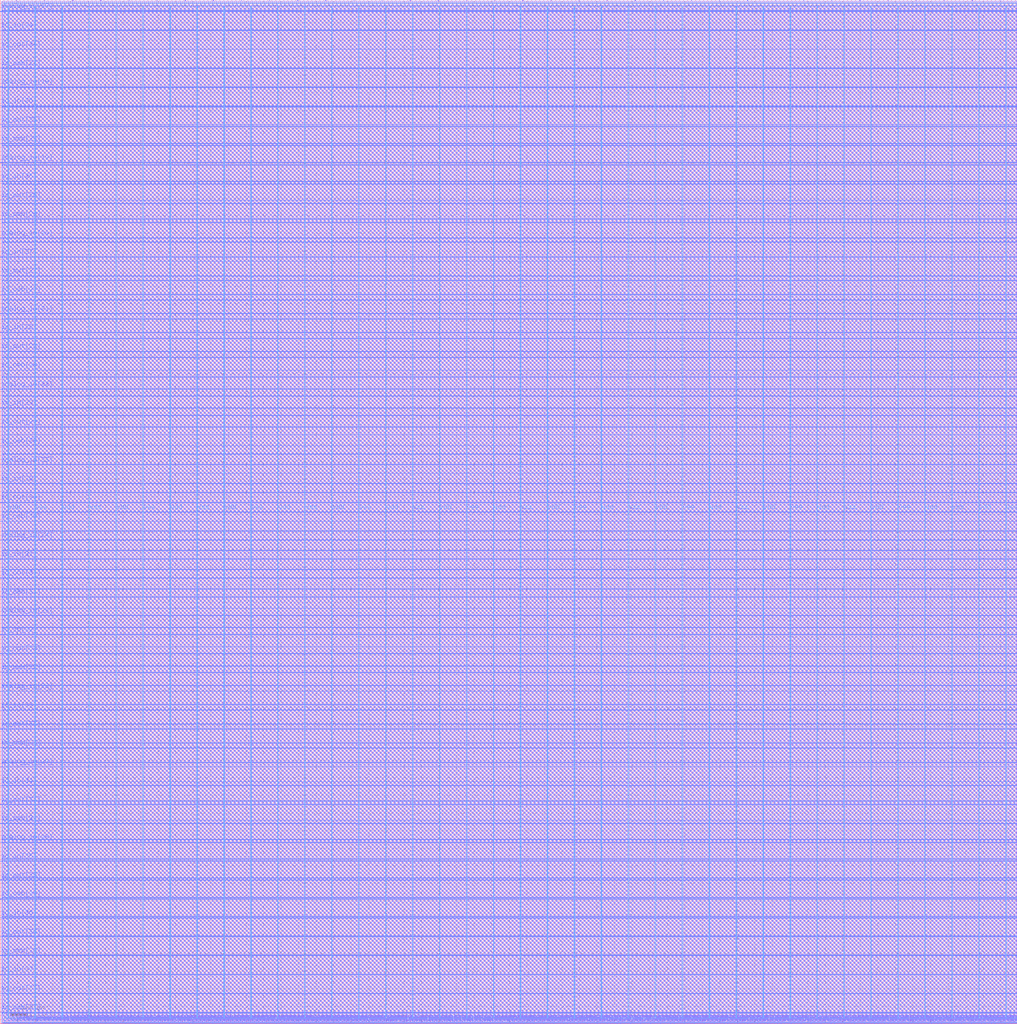
<source format=lef>
VERSION 5.7 ;
  NOWIREEXTENSIONATPIN ON ;
  DIVIDERCHAR "/" ;
  BUSBITCHARS "[]" ;
MACRO rift2Wrap
  CLASS BLOCK ;
  FOREIGN rift2Wrap ;
  ORIGIN 0.000 0.000 ;
  SIZE 2896.845 BY 2914.765 ;
  PIN analog_io[0]
    DIRECTION INOUT ;
    USE SIGNAL ;
    PORT
      LAYER Metal3 ;
        RECT 2892.845 1182.720 2896.845 1183.280 ;
    END
  END analog_io[0]
  PIN analog_io[10]
    DIRECTION INOUT ;
    USE SIGNAL ;
    PORT
      LAYER Metal2 ;
        RECT 2208.640 2910.765 2209.200 2914.765 ;
    END
  END analog_io[10]
  PIN analog_io[11]
    DIRECTION INOUT ;
    USE SIGNAL ;
    PORT
      LAYER Metal2 ;
        RECT 1888.320 2910.765 1888.880 2914.765 ;
    END
  END analog_io[11]
  PIN analog_io[12]
    DIRECTION INOUT ;
    USE SIGNAL ;
    PORT
      LAYER Metal2 ;
        RECT 1568.000 2910.765 1568.560 2914.765 ;
    END
  END analog_io[12]
  PIN analog_io[13]
    DIRECTION INOUT ;
    USE SIGNAL ;
    PORT
      LAYER Metal2 ;
        RECT 1247.680 2910.765 1248.240 2914.765 ;
    END
  END analog_io[13]
  PIN analog_io[14]
    DIRECTION INOUT ;
    USE SIGNAL ;
    PORT
      LAYER Metal2 ;
        RECT 927.360 2910.765 927.920 2914.765 ;
    END
  END analog_io[14]
  PIN analog_io[15]
    DIRECTION INOUT ;
    USE SIGNAL ;
    PORT
      LAYER Metal2 ;
        RECT 607.040 2910.765 607.600 2914.765 ;
    END
  END analog_io[15]
  PIN analog_io[16]
    DIRECTION INOUT ;
    USE SIGNAL ;
    PORT
      LAYER Metal2 ;
        RECT 286.720 2910.765 287.280 2914.765 ;
    END
  END analog_io[16]
  PIN analog_io[17]
    DIRECTION INOUT ;
    USE SIGNAL ;
    PORT
      LAYER Metal3 ;
        RECT 0.000 2881.760 4.000 2882.320 ;
    END
  END analog_io[17]
  PIN analog_io[18]
    DIRECTION INOUT ;
    USE SIGNAL ;
    PORT
      LAYER Metal3 ;
        RECT 0.000 2666.720 4.000 2667.280 ;
    END
  END analog_io[18]
  PIN analog_io[19]
    DIRECTION INOUT ;
    USE SIGNAL ;
    PORT
      LAYER Metal3 ;
        RECT 0.000 2451.680 4.000 2452.240 ;
    END
  END analog_io[19]
  PIN analog_io[1]
    DIRECTION INOUT ;
    USE SIGNAL ;
    PORT
      LAYER Metal3 ;
        RECT 2892.845 1402.240 2896.845 1402.800 ;
    END
  END analog_io[1]
  PIN analog_io[20]
    DIRECTION INOUT ;
    USE SIGNAL ;
    PORT
      LAYER Metal3 ;
        RECT 0.000 2236.640 4.000 2237.200 ;
    END
  END analog_io[20]
  PIN analog_io[21]
    DIRECTION INOUT ;
    USE SIGNAL ;
    PORT
      LAYER Metal3 ;
        RECT 0.000 2021.600 4.000 2022.160 ;
    END
  END analog_io[21]
  PIN analog_io[22]
    DIRECTION INOUT ;
    USE SIGNAL ;
    PORT
      LAYER Metal3 ;
        RECT 0.000 1806.560 4.000 1807.120 ;
    END
  END analog_io[22]
  PIN analog_io[23]
    DIRECTION INOUT ;
    USE SIGNAL ;
    PORT
      LAYER Metal3 ;
        RECT 0.000 1591.520 4.000 1592.080 ;
    END
  END analog_io[23]
  PIN analog_io[24]
    DIRECTION INOUT ;
    USE SIGNAL ;
    PORT
      LAYER Metal3 ;
        RECT 0.000 1376.480 4.000 1377.040 ;
    END
  END analog_io[24]
  PIN analog_io[25]
    DIRECTION INOUT ;
    USE SIGNAL ;
    PORT
      LAYER Metal3 ;
        RECT 0.000 1161.440 4.000 1162.000 ;
    END
  END analog_io[25]
  PIN analog_io[26]
    DIRECTION INOUT ;
    USE SIGNAL ;
    PORT
      LAYER Metal3 ;
        RECT 0.000 946.400 4.000 946.960 ;
    END
  END analog_io[26]
  PIN analog_io[27]
    DIRECTION INOUT ;
    USE SIGNAL ;
    PORT
      LAYER Metal3 ;
        RECT 0.000 731.360 4.000 731.920 ;
    END
  END analog_io[27]
  PIN analog_io[28]
    DIRECTION INOUT ;
    USE SIGNAL ;
    PORT
      LAYER Metal3 ;
        RECT 0.000 516.320 4.000 516.880 ;
    END
  END analog_io[28]
  PIN analog_io[2]
    DIRECTION INOUT ;
    USE SIGNAL ;
    PORT
      LAYER Metal3 ;
        RECT 2892.845 1621.760 2896.845 1622.320 ;
    END
  END analog_io[2]
  PIN analog_io[3]
    DIRECTION INOUT ;
    USE SIGNAL ;
    PORT
      LAYER Metal3 ;
        RECT 2892.845 1841.280 2896.845 1841.840 ;
    END
  END analog_io[3]
  PIN analog_io[4]
    DIRECTION INOUT ;
    USE SIGNAL ;
    PORT
      LAYER Metal3 ;
        RECT 2892.845 2060.800 2896.845 2061.360 ;
    END
  END analog_io[4]
  PIN analog_io[5]
    DIRECTION INOUT ;
    USE SIGNAL ;
    PORT
      LAYER Metal3 ;
        RECT 2892.845 2280.320 2896.845 2280.880 ;
    END
  END analog_io[5]
  PIN analog_io[6]
    DIRECTION INOUT ;
    USE SIGNAL ;
    PORT
      LAYER Metal3 ;
        RECT 2892.845 2499.840 2896.845 2500.400 ;
    END
  END analog_io[6]
  PIN analog_io[7]
    DIRECTION INOUT ;
    USE SIGNAL ;
    PORT
      LAYER Metal3 ;
        RECT 2892.845 2719.360 2896.845 2719.920 ;
    END
  END analog_io[7]
  PIN analog_io[8]
    DIRECTION INOUT ;
    USE SIGNAL ;
    PORT
      LAYER Metal2 ;
        RECT 2849.280 2910.765 2849.840 2914.765 ;
    END
  END analog_io[8]
  PIN analog_io[9]
    DIRECTION INOUT ;
    USE SIGNAL ;
    PORT
      LAYER Metal2 ;
        RECT 2528.960 2910.765 2529.520 2914.765 ;
    END
  END analog_io[9]
  PIN io_in[0]
    DIRECTION INPUT ;
    USE SIGNAL ;
    PORT
      LAYER Metal3 ;
        RECT 2892.845 30.240 2896.845 30.800 ;
    END
  END io_in[0]
  PIN io_in[10]
    DIRECTION INPUT ;
    USE SIGNAL ;
    PORT
      LAYER Metal3 ;
        RECT 2892.845 1896.160 2896.845 1896.720 ;
    END
  END io_in[10]
  PIN io_in[11]
    DIRECTION INPUT ;
    USE SIGNAL ;
    PORT
      LAYER Metal3 ;
        RECT 2892.845 2115.680 2896.845 2116.240 ;
    END
  END io_in[11]
  PIN io_in[12]
    DIRECTION INPUT ;
    USE SIGNAL ;
    PORT
      LAYER Metal3 ;
        RECT 2892.845 2335.200 2896.845 2335.760 ;
    END
  END io_in[12]
  PIN io_in[13]
    DIRECTION INPUT ;
    USE SIGNAL ;
    PORT
      LAYER Metal3 ;
        RECT 2892.845 2554.720 2896.845 2555.280 ;
    END
  END io_in[13]
  PIN io_in[14]
    DIRECTION INPUT ;
    USE SIGNAL ;
    PORT
      LAYER Metal3 ;
        RECT 2892.845 2774.240 2896.845 2774.800 ;
    END
  END io_in[14]
  PIN io_in[15]
    DIRECTION INPUT ;
    USE SIGNAL ;
    PORT
      LAYER Metal2 ;
        RECT 2769.200 2910.765 2769.760 2914.765 ;
    END
  END io_in[15]
  PIN io_in[16]
    DIRECTION INPUT ;
    USE SIGNAL ;
    PORT
      LAYER Metal2 ;
        RECT 2448.880 2910.765 2449.440 2914.765 ;
    END
  END io_in[16]
  PIN io_in[17]
    DIRECTION INPUT ;
    USE SIGNAL ;
    PORT
      LAYER Metal2 ;
        RECT 2128.560 2910.765 2129.120 2914.765 ;
    END
  END io_in[17]
  PIN io_in[18]
    DIRECTION INPUT ;
    USE SIGNAL ;
    PORT
      LAYER Metal2 ;
        RECT 1808.240 2910.765 1808.800 2914.765 ;
    END
  END io_in[18]
  PIN io_in[19]
    DIRECTION INPUT ;
    USE SIGNAL ;
    PORT
      LAYER Metal2 ;
        RECT 1487.920 2910.765 1488.480 2914.765 ;
    END
  END io_in[19]
  PIN io_in[1]
    DIRECTION INPUT ;
    USE SIGNAL ;
    PORT
      LAYER Metal3 ;
        RECT 2892.845 194.880 2896.845 195.440 ;
    END
  END io_in[1]
  PIN io_in[20]
    DIRECTION INPUT ;
    USE SIGNAL ;
    PORT
      LAYER Metal2 ;
        RECT 1167.600 2910.765 1168.160 2914.765 ;
    END
  END io_in[20]
  PIN io_in[21]
    DIRECTION INPUT ;
    USE SIGNAL ;
    PORT
      LAYER Metal2 ;
        RECT 847.280 2910.765 847.840 2914.765 ;
    END
  END io_in[21]
  PIN io_in[22]
    DIRECTION INPUT ;
    USE SIGNAL ;
    PORT
      LAYER Metal2 ;
        RECT 526.960 2910.765 527.520 2914.765 ;
    END
  END io_in[22]
  PIN io_in[23]
    DIRECTION INPUT ;
    USE SIGNAL ;
    PORT
      LAYER Metal2 ;
        RECT 206.640 2910.765 207.200 2914.765 ;
    END
  END io_in[23]
  PIN io_in[24]
    DIRECTION INPUT ;
    USE SIGNAL ;
    PORT
      LAYER Metal3 ;
        RECT 0.000 2828.000 4.000 2828.560 ;
    END
  END io_in[24]
  PIN io_in[25]
    DIRECTION INPUT ;
    USE SIGNAL ;
    PORT
      LAYER Metal3 ;
        RECT 0.000 2612.960 4.000 2613.520 ;
    END
  END io_in[25]
  PIN io_in[26]
    DIRECTION INPUT ;
    USE SIGNAL ;
    PORT
      LAYER Metal3 ;
        RECT 0.000 2397.920 4.000 2398.480 ;
    END
  END io_in[26]
  PIN io_in[27]
    DIRECTION INPUT ;
    USE SIGNAL ;
    PORT
      LAYER Metal3 ;
        RECT 0.000 2182.880 4.000 2183.440 ;
    END
  END io_in[27]
  PIN io_in[28]
    DIRECTION INPUT ;
    USE SIGNAL ;
    PORT
      LAYER Metal3 ;
        RECT 0.000 1967.840 4.000 1968.400 ;
    END
  END io_in[28]
  PIN io_in[29]
    DIRECTION INPUT ;
    USE SIGNAL ;
    PORT
      LAYER Metal3 ;
        RECT 0.000 1752.800 4.000 1753.360 ;
    END
  END io_in[29]
  PIN io_in[2]
    DIRECTION INPUT ;
    USE SIGNAL ;
    PORT
      LAYER Metal3 ;
        RECT 2892.845 359.520 2896.845 360.080 ;
    END
  END io_in[2]
  PIN io_in[30]
    DIRECTION INPUT ;
    USE SIGNAL ;
    PORT
      LAYER Metal3 ;
        RECT 0.000 1537.760 4.000 1538.320 ;
    END
  END io_in[30]
  PIN io_in[31]
    DIRECTION INPUT ;
    USE SIGNAL ;
    PORT
      LAYER Metal3 ;
        RECT 0.000 1322.720 4.000 1323.280 ;
    END
  END io_in[31]
  PIN io_in[32]
    DIRECTION INPUT ;
    USE SIGNAL ;
    PORT
      LAYER Metal3 ;
        RECT 0.000 1107.680 4.000 1108.240 ;
    END
  END io_in[32]
  PIN io_in[33]
    DIRECTION INPUT ;
    USE SIGNAL ;
    PORT
      LAYER Metal3 ;
        RECT 0.000 892.640 4.000 893.200 ;
    END
  END io_in[33]
  PIN io_in[34]
    DIRECTION INPUT ;
    USE SIGNAL ;
    PORT
      LAYER Metal3 ;
        RECT 0.000 677.600 4.000 678.160 ;
    END
  END io_in[34]
  PIN io_in[35]
    DIRECTION INPUT ;
    USE SIGNAL ;
    PORT
      LAYER Metal3 ;
        RECT 0.000 462.560 4.000 463.120 ;
    END
  END io_in[35]
  PIN io_in[36]
    DIRECTION INPUT ;
    USE SIGNAL ;
    PORT
      LAYER Metal3 ;
        RECT 0.000 301.280 4.000 301.840 ;
    END
  END io_in[36]
  PIN io_in[37]
    DIRECTION INPUT ;
    USE SIGNAL ;
    PORT
      LAYER Metal3 ;
        RECT 0.000 140.000 4.000 140.560 ;
    END
  END io_in[37]
  PIN io_in[3]
    DIRECTION INPUT ;
    USE SIGNAL ;
    PORT
      LAYER Metal3 ;
        RECT 2892.845 524.160 2896.845 524.720 ;
    END
  END io_in[3]
  PIN io_in[4]
    DIRECTION INPUT ;
    USE SIGNAL ;
    PORT
      LAYER Metal3 ;
        RECT 2892.845 688.800 2896.845 689.360 ;
    END
  END io_in[4]
  PIN io_in[5]
    DIRECTION INPUT ;
    USE SIGNAL ;
    PORT
      LAYER Metal3 ;
        RECT 2892.845 853.440 2896.845 854.000 ;
    END
  END io_in[5]
  PIN io_in[6]
    DIRECTION INPUT ;
    USE SIGNAL ;
    PORT
      LAYER Metal3 ;
        RECT 2892.845 1018.080 2896.845 1018.640 ;
    END
  END io_in[6]
  PIN io_in[7]
    DIRECTION INPUT ;
    USE SIGNAL ;
    PORT
      LAYER Metal3 ;
        RECT 2892.845 1237.600 2896.845 1238.160 ;
    END
  END io_in[7]
  PIN io_in[8]
    DIRECTION INPUT ;
    USE SIGNAL ;
    PORT
      LAYER Metal3 ;
        RECT 2892.845 1457.120 2896.845 1457.680 ;
    END
  END io_in[8]
  PIN io_in[9]
    DIRECTION INPUT ;
    USE SIGNAL ;
    PORT
      LAYER Metal3 ;
        RECT 2892.845 1676.640 2896.845 1677.200 ;
    END
  END io_in[9]
  PIN io_oeb[0]
    DIRECTION OUTPUT TRISTATE ;
    USE SIGNAL ;
    PORT
      LAYER Metal3 ;
        RECT 2892.845 140.000 2896.845 140.560 ;
    END
  END io_oeb[0]
  PIN io_oeb[10]
    DIRECTION OUTPUT TRISTATE ;
    USE SIGNAL ;
    PORT
      LAYER Metal3 ;
        RECT 2892.845 2005.920 2896.845 2006.480 ;
    END
  END io_oeb[10]
  PIN io_oeb[11]
    DIRECTION OUTPUT TRISTATE ;
    USE SIGNAL ;
    PORT
      LAYER Metal3 ;
        RECT 2892.845 2225.440 2896.845 2226.000 ;
    END
  END io_oeb[11]
  PIN io_oeb[12]
    DIRECTION OUTPUT TRISTATE ;
    USE SIGNAL ;
    PORT
      LAYER Metal3 ;
        RECT 2892.845 2444.960 2896.845 2445.520 ;
    END
  END io_oeb[12]
  PIN io_oeb[13]
    DIRECTION OUTPUT TRISTATE ;
    USE SIGNAL ;
    PORT
      LAYER Metal3 ;
        RECT 2892.845 2664.480 2896.845 2665.040 ;
    END
  END io_oeb[13]
  PIN io_oeb[14]
    DIRECTION OUTPUT TRISTATE ;
    USE SIGNAL ;
    PORT
      LAYER Metal3 ;
        RECT 2892.845 2884.000 2896.845 2884.560 ;
    END
  END io_oeb[14]
  PIN io_oeb[15]
    DIRECTION OUTPUT TRISTATE ;
    USE SIGNAL ;
    PORT
      LAYER Metal2 ;
        RECT 2609.040 2910.765 2609.600 2914.765 ;
    END
  END io_oeb[15]
  PIN io_oeb[16]
    DIRECTION OUTPUT TRISTATE ;
    USE SIGNAL ;
    PORT
      LAYER Metal2 ;
        RECT 2288.720 2910.765 2289.280 2914.765 ;
    END
  END io_oeb[16]
  PIN io_oeb[17]
    DIRECTION OUTPUT TRISTATE ;
    USE SIGNAL ;
    PORT
      LAYER Metal2 ;
        RECT 1968.400 2910.765 1968.960 2914.765 ;
    END
  END io_oeb[17]
  PIN io_oeb[18]
    DIRECTION OUTPUT TRISTATE ;
    USE SIGNAL ;
    PORT
      LAYER Metal2 ;
        RECT 1648.080 2910.765 1648.640 2914.765 ;
    END
  END io_oeb[18]
  PIN io_oeb[19]
    DIRECTION OUTPUT TRISTATE ;
    USE SIGNAL ;
    PORT
      LAYER Metal2 ;
        RECT 1327.760 2910.765 1328.320 2914.765 ;
    END
  END io_oeb[19]
  PIN io_oeb[1]
    DIRECTION OUTPUT TRISTATE ;
    USE SIGNAL ;
    PORT
      LAYER Metal3 ;
        RECT 2892.845 304.640 2896.845 305.200 ;
    END
  END io_oeb[1]
  PIN io_oeb[20]
    DIRECTION OUTPUT TRISTATE ;
    USE SIGNAL ;
    PORT
      LAYER Metal2 ;
        RECT 1007.440 2910.765 1008.000 2914.765 ;
    END
  END io_oeb[20]
  PIN io_oeb[21]
    DIRECTION OUTPUT TRISTATE ;
    USE SIGNAL ;
    PORT
      LAYER Metal2 ;
        RECT 687.120 2910.765 687.680 2914.765 ;
    END
  END io_oeb[21]
  PIN io_oeb[22]
    DIRECTION OUTPUT TRISTATE ;
    USE SIGNAL ;
    PORT
      LAYER Metal2 ;
        RECT 366.800 2910.765 367.360 2914.765 ;
    END
  END io_oeb[22]
  PIN io_oeb[23]
    DIRECTION OUTPUT TRISTATE ;
    USE SIGNAL ;
    PORT
      LAYER Metal2 ;
        RECT 46.480 2910.765 47.040 2914.765 ;
    END
  END io_oeb[23]
  PIN io_oeb[24]
    DIRECTION OUTPUT TRISTATE ;
    USE SIGNAL ;
    PORT
      LAYER Metal3 ;
        RECT 0.000 2720.480 4.000 2721.040 ;
    END
  END io_oeb[24]
  PIN io_oeb[25]
    DIRECTION OUTPUT TRISTATE ;
    USE SIGNAL ;
    PORT
      LAYER Metal3 ;
        RECT 0.000 2505.440 4.000 2506.000 ;
    END
  END io_oeb[25]
  PIN io_oeb[26]
    DIRECTION OUTPUT TRISTATE ;
    USE SIGNAL ;
    PORT
      LAYER Metal3 ;
        RECT 0.000 2290.400 4.000 2290.960 ;
    END
  END io_oeb[26]
  PIN io_oeb[27]
    DIRECTION OUTPUT TRISTATE ;
    USE SIGNAL ;
    PORT
      LAYER Metal3 ;
        RECT 0.000 2075.360 4.000 2075.920 ;
    END
  END io_oeb[27]
  PIN io_oeb[28]
    DIRECTION OUTPUT TRISTATE ;
    USE SIGNAL ;
    PORT
      LAYER Metal3 ;
        RECT 0.000 1860.320 4.000 1860.880 ;
    END
  END io_oeb[28]
  PIN io_oeb[29]
    DIRECTION OUTPUT TRISTATE ;
    USE SIGNAL ;
    PORT
      LAYER Metal3 ;
        RECT 0.000 1645.280 4.000 1645.840 ;
    END
  END io_oeb[29]
  PIN io_oeb[2]
    DIRECTION OUTPUT TRISTATE ;
    USE SIGNAL ;
    PORT
      LAYER Metal3 ;
        RECT 2892.845 469.280 2896.845 469.840 ;
    END
  END io_oeb[2]
  PIN io_oeb[30]
    DIRECTION OUTPUT TRISTATE ;
    USE SIGNAL ;
    PORT
      LAYER Metal3 ;
        RECT 0.000 1430.240 4.000 1430.800 ;
    END
  END io_oeb[30]
  PIN io_oeb[31]
    DIRECTION OUTPUT TRISTATE ;
    USE SIGNAL ;
    PORT
      LAYER Metal3 ;
        RECT 0.000 1215.200 4.000 1215.760 ;
    END
  END io_oeb[31]
  PIN io_oeb[32]
    DIRECTION OUTPUT TRISTATE ;
    USE SIGNAL ;
    PORT
      LAYER Metal3 ;
        RECT 0.000 1000.160 4.000 1000.720 ;
    END
  END io_oeb[32]
  PIN io_oeb[33]
    DIRECTION OUTPUT TRISTATE ;
    USE SIGNAL ;
    PORT
      LAYER Metal3 ;
        RECT 0.000 785.120 4.000 785.680 ;
    END
  END io_oeb[33]
  PIN io_oeb[34]
    DIRECTION OUTPUT TRISTATE ;
    USE SIGNAL ;
    PORT
      LAYER Metal3 ;
        RECT 0.000 570.080 4.000 570.640 ;
    END
  END io_oeb[34]
  PIN io_oeb[35]
    DIRECTION OUTPUT TRISTATE ;
    USE SIGNAL ;
    PORT
      LAYER Metal3 ;
        RECT 0.000 355.040 4.000 355.600 ;
    END
  END io_oeb[35]
  PIN io_oeb[36]
    DIRECTION OUTPUT TRISTATE ;
    USE SIGNAL ;
    PORT
      LAYER Metal3 ;
        RECT 0.000 193.760 4.000 194.320 ;
    END
  END io_oeb[36]
  PIN io_oeb[37]
    DIRECTION OUTPUT TRISTATE ;
    USE SIGNAL ;
    PORT
      LAYER Metal3 ;
        RECT 0.000 32.480 4.000 33.040 ;
    END
  END io_oeb[37]
  PIN io_oeb[3]
    DIRECTION OUTPUT TRISTATE ;
    USE SIGNAL ;
    PORT
      LAYER Metal3 ;
        RECT 2892.845 633.920 2896.845 634.480 ;
    END
  END io_oeb[3]
  PIN io_oeb[4]
    DIRECTION OUTPUT TRISTATE ;
    USE SIGNAL ;
    PORT
      LAYER Metal3 ;
        RECT 2892.845 798.560 2896.845 799.120 ;
    END
  END io_oeb[4]
  PIN io_oeb[5]
    DIRECTION OUTPUT TRISTATE ;
    USE SIGNAL ;
    PORT
      LAYER Metal3 ;
        RECT 2892.845 963.200 2896.845 963.760 ;
    END
  END io_oeb[5]
  PIN io_oeb[6]
    DIRECTION OUTPUT TRISTATE ;
    USE SIGNAL ;
    PORT
      LAYER Metal3 ;
        RECT 2892.845 1127.840 2896.845 1128.400 ;
    END
  END io_oeb[6]
  PIN io_oeb[7]
    DIRECTION OUTPUT TRISTATE ;
    USE SIGNAL ;
    PORT
      LAYER Metal3 ;
        RECT 2892.845 1347.360 2896.845 1347.920 ;
    END
  END io_oeb[7]
  PIN io_oeb[8]
    DIRECTION OUTPUT TRISTATE ;
    USE SIGNAL ;
    PORT
      LAYER Metal3 ;
        RECT 2892.845 1566.880 2896.845 1567.440 ;
    END
  END io_oeb[8]
  PIN io_oeb[9]
    DIRECTION OUTPUT TRISTATE ;
    USE SIGNAL ;
    PORT
      LAYER Metal3 ;
        RECT 2892.845 1786.400 2896.845 1786.960 ;
    END
  END io_oeb[9]
  PIN io_out[0]
    DIRECTION OUTPUT TRISTATE ;
    USE SIGNAL ;
    PORT
      LAYER Metal3 ;
        RECT 2892.845 85.120 2896.845 85.680 ;
    END
  END io_out[0]
  PIN io_out[10]
    DIRECTION OUTPUT TRISTATE ;
    USE SIGNAL ;
    PORT
      LAYER Metal3 ;
        RECT 2892.845 1951.040 2896.845 1951.600 ;
    END
  END io_out[10]
  PIN io_out[11]
    DIRECTION OUTPUT TRISTATE ;
    USE SIGNAL ;
    PORT
      LAYER Metal3 ;
        RECT 2892.845 2170.560 2896.845 2171.120 ;
    END
  END io_out[11]
  PIN io_out[12]
    DIRECTION OUTPUT TRISTATE ;
    USE SIGNAL ;
    PORT
      LAYER Metal3 ;
        RECT 2892.845 2390.080 2896.845 2390.640 ;
    END
  END io_out[12]
  PIN io_out[13]
    DIRECTION OUTPUT TRISTATE ;
    USE SIGNAL ;
    PORT
      LAYER Metal3 ;
        RECT 2892.845 2609.600 2896.845 2610.160 ;
    END
  END io_out[13]
  PIN io_out[14]
    DIRECTION OUTPUT TRISTATE ;
    USE SIGNAL ;
    PORT
      LAYER Metal3 ;
        RECT 2892.845 2829.120 2896.845 2829.680 ;
    END
  END io_out[14]
  PIN io_out[15]
    DIRECTION OUTPUT TRISTATE ;
    USE SIGNAL ;
    PORT
      LAYER Metal2 ;
        RECT 2689.120 2910.765 2689.680 2914.765 ;
    END
  END io_out[15]
  PIN io_out[16]
    DIRECTION OUTPUT TRISTATE ;
    USE SIGNAL ;
    PORT
      LAYER Metal2 ;
        RECT 2368.800 2910.765 2369.360 2914.765 ;
    END
  END io_out[16]
  PIN io_out[17]
    DIRECTION OUTPUT TRISTATE ;
    USE SIGNAL ;
    PORT
      LAYER Metal2 ;
        RECT 2048.480 2910.765 2049.040 2914.765 ;
    END
  END io_out[17]
  PIN io_out[18]
    DIRECTION OUTPUT TRISTATE ;
    USE SIGNAL ;
    PORT
      LAYER Metal2 ;
        RECT 1728.160 2910.765 1728.720 2914.765 ;
    END
  END io_out[18]
  PIN io_out[19]
    DIRECTION OUTPUT TRISTATE ;
    USE SIGNAL ;
    PORT
      LAYER Metal2 ;
        RECT 1407.840 2910.765 1408.400 2914.765 ;
    END
  END io_out[19]
  PIN io_out[1]
    DIRECTION OUTPUT TRISTATE ;
    USE SIGNAL ;
    PORT
      LAYER Metal3 ;
        RECT 2892.845 249.760 2896.845 250.320 ;
    END
  END io_out[1]
  PIN io_out[20]
    DIRECTION OUTPUT TRISTATE ;
    USE SIGNAL ;
    PORT
      LAYER Metal2 ;
        RECT 1087.520 2910.765 1088.080 2914.765 ;
    END
  END io_out[20]
  PIN io_out[21]
    DIRECTION OUTPUT TRISTATE ;
    USE SIGNAL ;
    PORT
      LAYER Metal2 ;
        RECT 767.200 2910.765 767.760 2914.765 ;
    END
  END io_out[21]
  PIN io_out[22]
    DIRECTION OUTPUT TRISTATE ;
    USE SIGNAL ;
    PORT
      LAYER Metal2 ;
        RECT 446.880 2910.765 447.440 2914.765 ;
    END
  END io_out[22]
  PIN io_out[23]
    DIRECTION OUTPUT TRISTATE ;
    USE SIGNAL ;
    PORT
      LAYER Metal2 ;
        RECT 126.560 2910.765 127.120 2914.765 ;
    END
  END io_out[23]
  PIN io_out[24]
    DIRECTION OUTPUT TRISTATE ;
    USE SIGNAL ;
    PORT
      LAYER Metal3 ;
        RECT 0.000 2774.240 4.000 2774.800 ;
    END
  END io_out[24]
  PIN io_out[25]
    DIRECTION OUTPUT TRISTATE ;
    USE SIGNAL ;
    PORT
      LAYER Metal3 ;
        RECT 0.000 2559.200 4.000 2559.760 ;
    END
  END io_out[25]
  PIN io_out[26]
    DIRECTION OUTPUT TRISTATE ;
    USE SIGNAL ;
    PORT
      LAYER Metal3 ;
        RECT 0.000 2344.160 4.000 2344.720 ;
    END
  END io_out[26]
  PIN io_out[27]
    DIRECTION OUTPUT TRISTATE ;
    USE SIGNAL ;
    PORT
      LAYER Metal3 ;
        RECT 0.000 2129.120 4.000 2129.680 ;
    END
  END io_out[27]
  PIN io_out[28]
    DIRECTION OUTPUT TRISTATE ;
    USE SIGNAL ;
    PORT
      LAYER Metal3 ;
        RECT 0.000 1914.080 4.000 1914.640 ;
    END
  END io_out[28]
  PIN io_out[29]
    DIRECTION OUTPUT TRISTATE ;
    USE SIGNAL ;
    PORT
      LAYER Metal3 ;
        RECT 0.000 1699.040 4.000 1699.600 ;
    END
  END io_out[29]
  PIN io_out[2]
    DIRECTION OUTPUT TRISTATE ;
    USE SIGNAL ;
    PORT
      LAYER Metal3 ;
        RECT 2892.845 414.400 2896.845 414.960 ;
    END
  END io_out[2]
  PIN io_out[30]
    DIRECTION OUTPUT TRISTATE ;
    USE SIGNAL ;
    PORT
      LAYER Metal3 ;
        RECT 0.000 1484.000 4.000 1484.560 ;
    END
  END io_out[30]
  PIN io_out[31]
    DIRECTION OUTPUT TRISTATE ;
    USE SIGNAL ;
    PORT
      LAYER Metal3 ;
        RECT 0.000 1268.960 4.000 1269.520 ;
    END
  END io_out[31]
  PIN io_out[32]
    DIRECTION OUTPUT TRISTATE ;
    USE SIGNAL ;
    PORT
      LAYER Metal3 ;
        RECT 0.000 1053.920 4.000 1054.480 ;
    END
  END io_out[32]
  PIN io_out[33]
    DIRECTION OUTPUT TRISTATE ;
    USE SIGNAL ;
    PORT
      LAYER Metal3 ;
        RECT 0.000 838.880 4.000 839.440 ;
    END
  END io_out[33]
  PIN io_out[34]
    DIRECTION OUTPUT TRISTATE ;
    USE SIGNAL ;
    PORT
      LAYER Metal3 ;
        RECT 0.000 623.840 4.000 624.400 ;
    END
  END io_out[34]
  PIN io_out[35]
    DIRECTION OUTPUT TRISTATE ;
    USE SIGNAL ;
    PORT
      LAYER Metal3 ;
        RECT 0.000 408.800 4.000 409.360 ;
    END
  END io_out[35]
  PIN io_out[36]
    DIRECTION OUTPUT TRISTATE ;
    USE SIGNAL ;
    PORT
      LAYER Metal3 ;
        RECT 0.000 247.520 4.000 248.080 ;
    END
  END io_out[36]
  PIN io_out[37]
    DIRECTION OUTPUT TRISTATE ;
    USE SIGNAL ;
    PORT
      LAYER Metal3 ;
        RECT 0.000 86.240 4.000 86.800 ;
    END
  END io_out[37]
  PIN io_out[3]
    DIRECTION OUTPUT TRISTATE ;
    USE SIGNAL ;
    PORT
      LAYER Metal3 ;
        RECT 2892.845 579.040 2896.845 579.600 ;
    END
  END io_out[3]
  PIN io_out[4]
    DIRECTION OUTPUT TRISTATE ;
    USE SIGNAL ;
    PORT
      LAYER Metal3 ;
        RECT 2892.845 743.680 2896.845 744.240 ;
    END
  END io_out[4]
  PIN io_out[5]
    DIRECTION OUTPUT TRISTATE ;
    USE SIGNAL ;
    PORT
      LAYER Metal3 ;
        RECT 2892.845 908.320 2896.845 908.880 ;
    END
  END io_out[5]
  PIN io_out[6]
    DIRECTION OUTPUT TRISTATE ;
    USE SIGNAL ;
    PORT
      LAYER Metal3 ;
        RECT 2892.845 1072.960 2896.845 1073.520 ;
    END
  END io_out[6]
  PIN io_out[7]
    DIRECTION OUTPUT TRISTATE ;
    USE SIGNAL ;
    PORT
      LAYER Metal3 ;
        RECT 2892.845 1292.480 2896.845 1293.040 ;
    END
  END io_out[7]
  PIN io_out[8]
    DIRECTION OUTPUT TRISTATE ;
    USE SIGNAL ;
    PORT
      LAYER Metal3 ;
        RECT 2892.845 1512.000 2896.845 1512.560 ;
    END
  END io_out[8]
  PIN io_out[9]
    DIRECTION OUTPUT TRISTATE ;
    USE SIGNAL ;
    PORT
      LAYER Metal3 ;
        RECT 2892.845 1731.520 2896.845 1732.080 ;
    END
  END io_out[9]
  PIN la_data_in[0]
    DIRECTION INPUT ;
    USE SIGNAL ;
    PORT
      LAYER Metal2 ;
        RECT 1024.240 0.000 1024.800 4.000 ;
    END
  END la_data_in[0]
  PIN la_data_in[10]
    DIRECTION INPUT ;
    USE SIGNAL ;
    PORT
      LAYER Metal2 ;
        RECT 1309.840 0.000 1310.400 4.000 ;
    END
  END la_data_in[10]
  PIN la_data_in[11]
    DIRECTION INPUT ;
    USE SIGNAL ;
    PORT
      LAYER Metal2 ;
        RECT 1338.400 0.000 1338.960 4.000 ;
    END
  END la_data_in[11]
  PIN la_data_in[12]
    DIRECTION INPUT ;
    USE SIGNAL ;
    PORT
      LAYER Metal2 ;
        RECT 1366.960 0.000 1367.520 4.000 ;
    END
  END la_data_in[12]
  PIN la_data_in[13]
    DIRECTION INPUT ;
    USE SIGNAL ;
    PORT
      LAYER Metal2 ;
        RECT 1395.520 0.000 1396.080 4.000 ;
    END
  END la_data_in[13]
  PIN la_data_in[14]
    DIRECTION INPUT ;
    USE SIGNAL ;
    PORT
      LAYER Metal2 ;
        RECT 1424.080 0.000 1424.640 4.000 ;
    END
  END la_data_in[14]
  PIN la_data_in[15]
    DIRECTION INPUT ;
    USE SIGNAL ;
    PORT
      LAYER Metal2 ;
        RECT 1452.640 0.000 1453.200 4.000 ;
    END
  END la_data_in[15]
  PIN la_data_in[16]
    DIRECTION INPUT ;
    USE SIGNAL ;
    PORT
      LAYER Metal2 ;
        RECT 1481.200 0.000 1481.760 4.000 ;
    END
  END la_data_in[16]
  PIN la_data_in[17]
    DIRECTION INPUT ;
    USE SIGNAL ;
    PORT
      LAYER Metal2 ;
        RECT 1509.760 0.000 1510.320 4.000 ;
    END
  END la_data_in[17]
  PIN la_data_in[18]
    DIRECTION INPUT ;
    USE SIGNAL ;
    PORT
      LAYER Metal2 ;
        RECT 1538.320 0.000 1538.880 4.000 ;
    END
  END la_data_in[18]
  PIN la_data_in[19]
    DIRECTION INPUT ;
    USE SIGNAL ;
    PORT
      LAYER Metal2 ;
        RECT 1566.880 0.000 1567.440 4.000 ;
    END
  END la_data_in[19]
  PIN la_data_in[1]
    DIRECTION INPUT ;
    USE SIGNAL ;
    PORT
      LAYER Metal2 ;
        RECT 1052.800 0.000 1053.360 4.000 ;
    END
  END la_data_in[1]
  PIN la_data_in[20]
    DIRECTION INPUT ;
    USE SIGNAL ;
    PORT
      LAYER Metal2 ;
        RECT 1595.440 0.000 1596.000 4.000 ;
    END
  END la_data_in[20]
  PIN la_data_in[21]
    DIRECTION INPUT ;
    USE SIGNAL ;
    PORT
      LAYER Metal2 ;
        RECT 1624.000 0.000 1624.560 4.000 ;
    END
  END la_data_in[21]
  PIN la_data_in[22]
    DIRECTION INPUT ;
    USE SIGNAL ;
    PORT
      LAYER Metal2 ;
        RECT 1652.560 0.000 1653.120 4.000 ;
    END
  END la_data_in[22]
  PIN la_data_in[23]
    DIRECTION INPUT ;
    USE SIGNAL ;
    PORT
      LAYER Metal2 ;
        RECT 1681.120 0.000 1681.680 4.000 ;
    END
  END la_data_in[23]
  PIN la_data_in[24]
    DIRECTION INPUT ;
    USE SIGNAL ;
    PORT
      LAYER Metal2 ;
        RECT 1709.680 0.000 1710.240 4.000 ;
    END
  END la_data_in[24]
  PIN la_data_in[25]
    DIRECTION INPUT ;
    USE SIGNAL ;
    PORT
      LAYER Metal2 ;
        RECT 1738.240 0.000 1738.800 4.000 ;
    END
  END la_data_in[25]
  PIN la_data_in[26]
    DIRECTION INPUT ;
    USE SIGNAL ;
    PORT
      LAYER Metal2 ;
        RECT 1766.800 0.000 1767.360 4.000 ;
    END
  END la_data_in[26]
  PIN la_data_in[27]
    DIRECTION INPUT ;
    USE SIGNAL ;
    PORT
      LAYER Metal2 ;
        RECT 1795.360 0.000 1795.920 4.000 ;
    END
  END la_data_in[27]
  PIN la_data_in[28]
    DIRECTION INPUT ;
    USE SIGNAL ;
    PORT
      LAYER Metal2 ;
        RECT 1823.920 0.000 1824.480 4.000 ;
    END
  END la_data_in[28]
  PIN la_data_in[29]
    DIRECTION INPUT ;
    USE SIGNAL ;
    PORT
      LAYER Metal2 ;
        RECT 1852.480 0.000 1853.040 4.000 ;
    END
  END la_data_in[29]
  PIN la_data_in[2]
    DIRECTION INPUT ;
    USE SIGNAL ;
    PORT
      LAYER Metal2 ;
        RECT 1081.360 0.000 1081.920 4.000 ;
    END
  END la_data_in[2]
  PIN la_data_in[30]
    DIRECTION INPUT ;
    USE SIGNAL ;
    PORT
      LAYER Metal2 ;
        RECT 1881.040 0.000 1881.600 4.000 ;
    END
  END la_data_in[30]
  PIN la_data_in[31]
    DIRECTION INPUT ;
    USE SIGNAL ;
    PORT
      LAYER Metal2 ;
        RECT 1909.600 0.000 1910.160 4.000 ;
    END
  END la_data_in[31]
  PIN la_data_in[32]
    DIRECTION INPUT ;
    USE SIGNAL ;
    PORT
      LAYER Metal2 ;
        RECT 1938.160 0.000 1938.720 4.000 ;
    END
  END la_data_in[32]
  PIN la_data_in[33]
    DIRECTION INPUT ;
    USE SIGNAL ;
    PORT
      LAYER Metal2 ;
        RECT 1966.720 0.000 1967.280 4.000 ;
    END
  END la_data_in[33]
  PIN la_data_in[34]
    DIRECTION INPUT ;
    USE SIGNAL ;
    PORT
      LAYER Metal2 ;
        RECT 1995.280 0.000 1995.840 4.000 ;
    END
  END la_data_in[34]
  PIN la_data_in[35]
    DIRECTION INPUT ;
    USE SIGNAL ;
    PORT
      LAYER Metal2 ;
        RECT 2023.840 0.000 2024.400 4.000 ;
    END
  END la_data_in[35]
  PIN la_data_in[36]
    DIRECTION INPUT ;
    USE SIGNAL ;
    PORT
      LAYER Metal2 ;
        RECT 2052.400 0.000 2052.960 4.000 ;
    END
  END la_data_in[36]
  PIN la_data_in[37]
    DIRECTION INPUT ;
    USE SIGNAL ;
    PORT
      LAYER Metal2 ;
        RECT 2080.960 0.000 2081.520 4.000 ;
    END
  END la_data_in[37]
  PIN la_data_in[38]
    DIRECTION INPUT ;
    USE SIGNAL ;
    PORT
      LAYER Metal2 ;
        RECT 2109.520 0.000 2110.080 4.000 ;
    END
  END la_data_in[38]
  PIN la_data_in[39]
    DIRECTION INPUT ;
    USE SIGNAL ;
    PORT
      LAYER Metal2 ;
        RECT 2138.080 0.000 2138.640 4.000 ;
    END
  END la_data_in[39]
  PIN la_data_in[3]
    DIRECTION INPUT ;
    USE SIGNAL ;
    PORT
      LAYER Metal2 ;
        RECT 1109.920 0.000 1110.480 4.000 ;
    END
  END la_data_in[3]
  PIN la_data_in[40]
    DIRECTION INPUT ;
    USE SIGNAL ;
    PORT
      LAYER Metal2 ;
        RECT 2166.640 0.000 2167.200 4.000 ;
    END
  END la_data_in[40]
  PIN la_data_in[41]
    DIRECTION INPUT ;
    USE SIGNAL ;
    PORT
      LAYER Metal2 ;
        RECT 2195.200 0.000 2195.760 4.000 ;
    END
  END la_data_in[41]
  PIN la_data_in[42]
    DIRECTION INPUT ;
    USE SIGNAL ;
    PORT
      LAYER Metal2 ;
        RECT 2223.760 0.000 2224.320 4.000 ;
    END
  END la_data_in[42]
  PIN la_data_in[43]
    DIRECTION INPUT ;
    USE SIGNAL ;
    PORT
      LAYER Metal2 ;
        RECT 2252.320 0.000 2252.880 4.000 ;
    END
  END la_data_in[43]
  PIN la_data_in[44]
    DIRECTION INPUT ;
    USE SIGNAL ;
    PORT
      LAYER Metal2 ;
        RECT 2280.880 0.000 2281.440 4.000 ;
    END
  END la_data_in[44]
  PIN la_data_in[45]
    DIRECTION INPUT ;
    USE SIGNAL ;
    PORT
      LAYER Metal2 ;
        RECT 2309.440 0.000 2310.000 4.000 ;
    END
  END la_data_in[45]
  PIN la_data_in[46]
    DIRECTION INPUT ;
    USE SIGNAL ;
    PORT
      LAYER Metal2 ;
        RECT 2338.000 0.000 2338.560 4.000 ;
    END
  END la_data_in[46]
  PIN la_data_in[47]
    DIRECTION INPUT ;
    USE SIGNAL ;
    PORT
      LAYER Metal2 ;
        RECT 2366.560 0.000 2367.120 4.000 ;
    END
  END la_data_in[47]
  PIN la_data_in[48]
    DIRECTION INPUT ;
    USE SIGNAL ;
    PORT
      LAYER Metal2 ;
        RECT 2395.120 0.000 2395.680 4.000 ;
    END
  END la_data_in[48]
  PIN la_data_in[49]
    DIRECTION INPUT ;
    USE SIGNAL ;
    PORT
      LAYER Metal2 ;
        RECT 2423.680 0.000 2424.240 4.000 ;
    END
  END la_data_in[49]
  PIN la_data_in[4]
    DIRECTION INPUT ;
    USE SIGNAL ;
    PORT
      LAYER Metal2 ;
        RECT 1138.480 0.000 1139.040 4.000 ;
    END
  END la_data_in[4]
  PIN la_data_in[50]
    DIRECTION INPUT ;
    USE SIGNAL ;
    PORT
      LAYER Metal2 ;
        RECT 2452.240 0.000 2452.800 4.000 ;
    END
  END la_data_in[50]
  PIN la_data_in[51]
    DIRECTION INPUT ;
    USE SIGNAL ;
    PORT
      LAYER Metal2 ;
        RECT 2480.800 0.000 2481.360 4.000 ;
    END
  END la_data_in[51]
  PIN la_data_in[52]
    DIRECTION INPUT ;
    USE SIGNAL ;
    PORT
      LAYER Metal2 ;
        RECT 2509.360 0.000 2509.920 4.000 ;
    END
  END la_data_in[52]
  PIN la_data_in[53]
    DIRECTION INPUT ;
    USE SIGNAL ;
    PORT
      LAYER Metal2 ;
        RECT 2537.920 0.000 2538.480 4.000 ;
    END
  END la_data_in[53]
  PIN la_data_in[54]
    DIRECTION INPUT ;
    USE SIGNAL ;
    PORT
      LAYER Metal2 ;
        RECT 2566.480 0.000 2567.040 4.000 ;
    END
  END la_data_in[54]
  PIN la_data_in[55]
    DIRECTION INPUT ;
    USE SIGNAL ;
    PORT
      LAYER Metal2 ;
        RECT 2595.040 0.000 2595.600 4.000 ;
    END
  END la_data_in[55]
  PIN la_data_in[56]
    DIRECTION INPUT ;
    USE SIGNAL ;
    PORT
      LAYER Metal2 ;
        RECT 2623.600 0.000 2624.160 4.000 ;
    END
  END la_data_in[56]
  PIN la_data_in[57]
    DIRECTION INPUT ;
    USE SIGNAL ;
    PORT
      LAYER Metal2 ;
        RECT 2652.160 0.000 2652.720 4.000 ;
    END
  END la_data_in[57]
  PIN la_data_in[58]
    DIRECTION INPUT ;
    USE SIGNAL ;
    PORT
      LAYER Metal2 ;
        RECT 2680.720 0.000 2681.280 4.000 ;
    END
  END la_data_in[58]
  PIN la_data_in[59]
    DIRECTION INPUT ;
    USE SIGNAL ;
    PORT
      LAYER Metal2 ;
        RECT 2709.280 0.000 2709.840 4.000 ;
    END
  END la_data_in[59]
  PIN la_data_in[5]
    DIRECTION INPUT ;
    USE SIGNAL ;
    PORT
      LAYER Metal2 ;
        RECT 1167.040 0.000 1167.600 4.000 ;
    END
  END la_data_in[5]
  PIN la_data_in[60]
    DIRECTION INPUT ;
    USE SIGNAL ;
    PORT
      LAYER Metal2 ;
        RECT 2737.840 0.000 2738.400 4.000 ;
    END
  END la_data_in[60]
  PIN la_data_in[61]
    DIRECTION INPUT ;
    USE SIGNAL ;
    PORT
      LAYER Metal2 ;
        RECT 2766.400 0.000 2766.960 4.000 ;
    END
  END la_data_in[61]
  PIN la_data_in[62]
    DIRECTION INPUT ;
    USE SIGNAL ;
    PORT
      LAYER Metal2 ;
        RECT 2794.960 0.000 2795.520 4.000 ;
    END
  END la_data_in[62]
  PIN la_data_in[63]
    DIRECTION INPUT ;
    USE SIGNAL ;
    PORT
      LAYER Metal2 ;
        RECT 2823.520 0.000 2824.080 4.000 ;
    END
  END la_data_in[63]
  PIN la_data_in[6]
    DIRECTION INPUT ;
    USE SIGNAL ;
    PORT
      LAYER Metal2 ;
        RECT 1195.600 0.000 1196.160 4.000 ;
    END
  END la_data_in[6]
  PIN la_data_in[7]
    DIRECTION INPUT ;
    USE SIGNAL ;
    PORT
      LAYER Metal2 ;
        RECT 1224.160 0.000 1224.720 4.000 ;
    END
  END la_data_in[7]
  PIN la_data_in[8]
    DIRECTION INPUT ;
    USE SIGNAL ;
    PORT
      LAYER Metal2 ;
        RECT 1252.720 0.000 1253.280 4.000 ;
    END
  END la_data_in[8]
  PIN la_data_in[9]
    DIRECTION INPUT ;
    USE SIGNAL ;
    PORT
      LAYER Metal2 ;
        RECT 1281.280 0.000 1281.840 4.000 ;
    END
  END la_data_in[9]
  PIN la_data_out[0]
    DIRECTION OUTPUT TRISTATE ;
    USE SIGNAL ;
    PORT
      LAYER Metal2 ;
        RECT 1033.760 0.000 1034.320 4.000 ;
    END
  END la_data_out[0]
  PIN la_data_out[10]
    DIRECTION OUTPUT TRISTATE ;
    USE SIGNAL ;
    PORT
      LAYER Metal2 ;
        RECT 1319.360 0.000 1319.920 4.000 ;
    END
  END la_data_out[10]
  PIN la_data_out[11]
    DIRECTION OUTPUT TRISTATE ;
    USE SIGNAL ;
    PORT
      LAYER Metal2 ;
        RECT 1347.920 0.000 1348.480 4.000 ;
    END
  END la_data_out[11]
  PIN la_data_out[12]
    DIRECTION OUTPUT TRISTATE ;
    USE SIGNAL ;
    PORT
      LAYER Metal2 ;
        RECT 1376.480 0.000 1377.040 4.000 ;
    END
  END la_data_out[12]
  PIN la_data_out[13]
    DIRECTION OUTPUT TRISTATE ;
    USE SIGNAL ;
    PORT
      LAYER Metal2 ;
        RECT 1405.040 0.000 1405.600 4.000 ;
    END
  END la_data_out[13]
  PIN la_data_out[14]
    DIRECTION OUTPUT TRISTATE ;
    USE SIGNAL ;
    PORT
      LAYER Metal2 ;
        RECT 1433.600 0.000 1434.160 4.000 ;
    END
  END la_data_out[14]
  PIN la_data_out[15]
    DIRECTION OUTPUT TRISTATE ;
    USE SIGNAL ;
    PORT
      LAYER Metal2 ;
        RECT 1462.160 0.000 1462.720 4.000 ;
    END
  END la_data_out[15]
  PIN la_data_out[16]
    DIRECTION OUTPUT TRISTATE ;
    USE SIGNAL ;
    PORT
      LAYER Metal2 ;
        RECT 1490.720 0.000 1491.280 4.000 ;
    END
  END la_data_out[16]
  PIN la_data_out[17]
    DIRECTION OUTPUT TRISTATE ;
    USE SIGNAL ;
    PORT
      LAYER Metal2 ;
        RECT 1519.280 0.000 1519.840 4.000 ;
    END
  END la_data_out[17]
  PIN la_data_out[18]
    DIRECTION OUTPUT TRISTATE ;
    USE SIGNAL ;
    PORT
      LAYER Metal2 ;
        RECT 1547.840 0.000 1548.400 4.000 ;
    END
  END la_data_out[18]
  PIN la_data_out[19]
    DIRECTION OUTPUT TRISTATE ;
    USE SIGNAL ;
    PORT
      LAYER Metal2 ;
        RECT 1576.400 0.000 1576.960 4.000 ;
    END
  END la_data_out[19]
  PIN la_data_out[1]
    DIRECTION OUTPUT TRISTATE ;
    USE SIGNAL ;
    PORT
      LAYER Metal2 ;
        RECT 1062.320 0.000 1062.880 4.000 ;
    END
  END la_data_out[1]
  PIN la_data_out[20]
    DIRECTION OUTPUT TRISTATE ;
    USE SIGNAL ;
    PORT
      LAYER Metal2 ;
        RECT 1604.960 0.000 1605.520 4.000 ;
    END
  END la_data_out[20]
  PIN la_data_out[21]
    DIRECTION OUTPUT TRISTATE ;
    USE SIGNAL ;
    PORT
      LAYER Metal2 ;
        RECT 1633.520 0.000 1634.080 4.000 ;
    END
  END la_data_out[21]
  PIN la_data_out[22]
    DIRECTION OUTPUT TRISTATE ;
    USE SIGNAL ;
    PORT
      LAYER Metal2 ;
        RECT 1662.080 0.000 1662.640 4.000 ;
    END
  END la_data_out[22]
  PIN la_data_out[23]
    DIRECTION OUTPUT TRISTATE ;
    USE SIGNAL ;
    PORT
      LAYER Metal2 ;
        RECT 1690.640 0.000 1691.200 4.000 ;
    END
  END la_data_out[23]
  PIN la_data_out[24]
    DIRECTION OUTPUT TRISTATE ;
    USE SIGNAL ;
    PORT
      LAYER Metal2 ;
        RECT 1719.200 0.000 1719.760 4.000 ;
    END
  END la_data_out[24]
  PIN la_data_out[25]
    DIRECTION OUTPUT TRISTATE ;
    USE SIGNAL ;
    PORT
      LAYER Metal2 ;
        RECT 1747.760 0.000 1748.320 4.000 ;
    END
  END la_data_out[25]
  PIN la_data_out[26]
    DIRECTION OUTPUT TRISTATE ;
    USE SIGNAL ;
    PORT
      LAYER Metal2 ;
        RECT 1776.320 0.000 1776.880 4.000 ;
    END
  END la_data_out[26]
  PIN la_data_out[27]
    DIRECTION OUTPUT TRISTATE ;
    USE SIGNAL ;
    PORT
      LAYER Metal2 ;
        RECT 1804.880 0.000 1805.440 4.000 ;
    END
  END la_data_out[27]
  PIN la_data_out[28]
    DIRECTION OUTPUT TRISTATE ;
    USE SIGNAL ;
    PORT
      LAYER Metal2 ;
        RECT 1833.440 0.000 1834.000 4.000 ;
    END
  END la_data_out[28]
  PIN la_data_out[29]
    DIRECTION OUTPUT TRISTATE ;
    USE SIGNAL ;
    PORT
      LAYER Metal2 ;
        RECT 1862.000 0.000 1862.560 4.000 ;
    END
  END la_data_out[29]
  PIN la_data_out[2]
    DIRECTION OUTPUT TRISTATE ;
    USE SIGNAL ;
    PORT
      LAYER Metal2 ;
        RECT 1090.880 0.000 1091.440 4.000 ;
    END
  END la_data_out[2]
  PIN la_data_out[30]
    DIRECTION OUTPUT TRISTATE ;
    USE SIGNAL ;
    PORT
      LAYER Metal2 ;
        RECT 1890.560 0.000 1891.120 4.000 ;
    END
  END la_data_out[30]
  PIN la_data_out[31]
    DIRECTION OUTPUT TRISTATE ;
    USE SIGNAL ;
    PORT
      LAYER Metal2 ;
        RECT 1919.120 0.000 1919.680 4.000 ;
    END
  END la_data_out[31]
  PIN la_data_out[32]
    DIRECTION OUTPUT TRISTATE ;
    USE SIGNAL ;
    PORT
      LAYER Metal2 ;
        RECT 1947.680 0.000 1948.240 4.000 ;
    END
  END la_data_out[32]
  PIN la_data_out[33]
    DIRECTION OUTPUT TRISTATE ;
    USE SIGNAL ;
    PORT
      LAYER Metal2 ;
        RECT 1976.240 0.000 1976.800 4.000 ;
    END
  END la_data_out[33]
  PIN la_data_out[34]
    DIRECTION OUTPUT TRISTATE ;
    USE SIGNAL ;
    PORT
      LAYER Metal2 ;
        RECT 2004.800 0.000 2005.360 4.000 ;
    END
  END la_data_out[34]
  PIN la_data_out[35]
    DIRECTION OUTPUT TRISTATE ;
    USE SIGNAL ;
    PORT
      LAYER Metal2 ;
        RECT 2033.360 0.000 2033.920 4.000 ;
    END
  END la_data_out[35]
  PIN la_data_out[36]
    DIRECTION OUTPUT TRISTATE ;
    USE SIGNAL ;
    PORT
      LAYER Metal2 ;
        RECT 2061.920 0.000 2062.480 4.000 ;
    END
  END la_data_out[36]
  PIN la_data_out[37]
    DIRECTION OUTPUT TRISTATE ;
    USE SIGNAL ;
    PORT
      LAYER Metal2 ;
        RECT 2090.480 0.000 2091.040 4.000 ;
    END
  END la_data_out[37]
  PIN la_data_out[38]
    DIRECTION OUTPUT TRISTATE ;
    USE SIGNAL ;
    PORT
      LAYER Metal2 ;
        RECT 2119.040 0.000 2119.600 4.000 ;
    END
  END la_data_out[38]
  PIN la_data_out[39]
    DIRECTION OUTPUT TRISTATE ;
    USE SIGNAL ;
    PORT
      LAYER Metal2 ;
        RECT 2147.600 0.000 2148.160 4.000 ;
    END
  END la_data_out[39]
  PIN la_data_out[3]
    DIRECTION OUTPUT TRISTATE ;
    USE SIGNAL ;
    PORT
      LAYER Metal2 ;
        RECT 1119.440 0.000 1120.000 4.000 ;
    END
  END la_data_out[3]
  PIN la_data_out[40]
    DIRECTION OUTPUT TRISTATE ;
    USE SIGNAL ;
    PORT
      LAYER Metal2 ;
        RECT 2176.160 0.000 2176.720 4.000 ;
    END
  END la_data_out[40]
  PIN la_data_out[41]
    DIRECTION OUTPUT TRISTATE ;
    USE SIGNAL ;
    PORT
      LAYER Metal2 ;
        RECT 2204.720 0.000 2205.280 4.000 ;
    END
  END la_data_out[41]
  PIN la_data_out[42]
    DIRECTION OUTPUT TRISTATE ;
    USE SIGNAL ;
    PORT
      LAYER Metal2 ;
        RECT 2233.280 0.000 2233.840 4.000 ;
    END
  END la_data_out[42]
  PIN la_data_out[43]
    DIRECTION OUTPUT TRISTATE ;
    USE SIGNAL ;
    PORT
      LAYER Metal2 ;
        RECT 2261.840 0.000 2262.400 4.000 ;
    END
  END la_data_out[43]
  PIN la_data_out[44]
    DIRECTION OUTPUT TRISTATE ;
    USE SIGNAL ;
    PORT
      LAYER Metal2 ;
        RECT 2290.400 0.000 2290.960 4.000 ;
    END
  END la_data_out[44]
  PIN la_data_out[45]
    DIRECTION OUTPUT TRISTATE ;
    USE SIGNAL ;
    PORT
      LAYER Metal2 ;
        RECT 2318.960 0.000 2319.520 4.000 ;
    END
  END la_data_out[45]
  PIN la_data_out[46]
    DIRECTION OUTPUT TRISTATE ;
    USE SIGNAL ;
    PORT
      LAYER Metal2 ;
        RECT 2347.520 0.000 2348.080 4.000 ;
    END
  END la_data_out[46]
  PIN la_data_out[47]
    DIRECTION OUTPUT TRISTATE ;
    USE SIGNAL ;
    PORT
      LAYER Metal2 ;
        RECT 2376.080 0.000 2376.640 4.000 ;
    END
  END la_data_out[47]
  PIN la_data_out[48]
    DIRECTION OUTPUT TRISTATE ;
    USE SIGNAL ;
    PORT
      LAYER Metal2 ;
        RECT 2404.640 0.000 2405.200 4.000 ;
    END
  END la_data_out[48]
  PIN la_data_out[49]
    DIRECTION OUTPUT TRISTATE ;
    USE SIGNAL ;
    PORT
      LAYER Metal2 ;
        RECT 2433.200 0.000 2433.760 4.000 ;
    END
  END la_data_out[49]
  PIN la_data_out[4]
    DIRECTION OUTPUT TRISTATE ;
    USE SIGNAL ;
    PORT
      LAYER Metal2 ;
        RECT 1148.000 0.000 1148.560 4.000 ;
    END
  END la_data_out[4]
  PIN la_data_out[50]
    DIRECTION OUTPUT TRISTATE ;
    USE SIGNAL ;
    PORT
      LAYER Metal2 ;
        RECT 2461.760 0.000 2462.320 4.000 ;
    END
  END la_data_out[50]
  PIN la_data_out[51]
    DIRECTION OUTPUT TRISTATE ;
    USE SIGNAL ;
    PORT
      LAYER Metal2 ;
        RECT 2490.320 0.000 2490.880 4.000 ;
    END
  END la_data_out[51]
  PIN la_data_out[52]
    DIRECTION OUTPUT TRISTATE ;
    USE SIGNAL ;
    PORT
      LAYER Metal2 ;
        RECT 2518.880 0.000 2519.440 4.000 ;
    END
  END la_data_out[52]
  PIN la_data_out[53]
    DIRECTION OUTPUT TRISTATE ;
    USE SIGNAL ;
    PORT
      LAYER Metal2 ;
        RECT 2547.440 0.000 2548.000 4.000 ;
    END
  END la_data_out[53]
  PIN la_data_out[54]
    DIRECTION OUTPUT TRISTATE ;
    USE SIGNAL ;
    PORT
      LAYER Metal2 ;
        RECT 2576.000 0.000 2576.560 4.000 ;
    END
  END la_data_out[54]
  PIN la_data_out[55]
    DIRECTION OUTPUT TRISTATE ;
    USE SIGNAL ;
    PORT
      LAYER Metal2 ;
        RECT 2604.560 0.000 2605.120 4.000 ;
    END
  END la_data_out[55]
  PIN la_data_out[56]
    DIRECTION OUTPUT TRISTATE ;
    USE SIGNAL ;
    PORT
      LAYER Metal2 ;
        RECT 2633.120 0.000 2633.680 4.000 ;
    END
  END la_data_out[56]
  PIN la_data_out[57]
    DIRECTION OUTPUT TRISTATE ;
    USE SIGNAL ;
    PORT
      LAYER Metal2 ;
        RECT 2661.680 0.000 2662.240 4.000 ;
    END
  END la_data_out[57]
  PIN la_data_out[58]
    DIRECTION OUTPUT TRISTATE ;
    USE SIGNAL ;
    PORT
      LAYER Metal2 ;
        RECT 2690.240 0.000 2690.800 4.000 ;
    END
  END la_data_out[58]
  PIN la_data_out[59]
    DIRECTION OUTPUT TRISTATE ;
    USE SIGNAL ;
    PORT
      LAYER Metal2 ;
        RECT 2718.800 0.000 2719.360 4.000 ;
    END
  END la_data_out[59]
  PIN la_data_out[5]
    DIRECTION OUTPUT TRISTATE ;
    USE SIGNAL ;
    PORT
      LAYER Metal2 ;
        RECT 1176.560 0.000 1177.120 4.000 ;
    END
  END la_data_out[5]
  PIN la_data_out[60]
    DIRECTION OUTPUT TRISTATE ;
    USE SIGNAL ;
    PORT
      LAYER Metal2 ;
        RECT 2747.360 0.000 2747.920 4.000 ;
    END
  END la_data_out[60]
  PIN la_data_out[61]
    DIRECTION OUTPUT TRISTATE ;
    USE SIGNAL ;
    PORT
      LAYER Metal2 ;
        RECT 2775.920 0.000 2776.480 4.000 ;
    END
  END la_data_out[61]
  PIN la_data_out[62]
    DIRECTION OUTPUT TRISTATE ;
    USE SIGNAL ;
    PORT
      LAYER Metal2 ;
        RECT 2804.480 0.000 2805.040 4.000 ;
    END
  END la_data_out[62]
  PIN la_data_out[63]
    DIRECTION OUTPUT TRISTATE ;
    USE SIGNAL ;
    PORT
      LAYER Metal2 ;
        RECT 2833.040 0.000 2833.600 4.000 ;
    END
  END la_data_out[63]
  PIN la_data_out[6]
    DIRECTION OUTPUT TRISTATE ;
    USE SIGNAL ;
    PORT
      LAYER Metal2 ;
        RECT 1205.120 0.000 1205.680 4.000 ;
    END
  END la_data_out[6]
  PIN la_data_out[7]
    DIRECTION OUTPUT TRISTATE ;
    USE SIGNAL ;
    PORT
      LAYER Metal2 ;
        RECT 1233.680 0.000 1234.240 4.000 ;
    END
  END la_data_out[7]
  PIN la_data_out[8]
    DIRECTION OUTPUT TRISTATE ;
    USE SIGNAL ;
    PORT
      LAYER Metal2 ;
        RECT 1262.240 0.000 1262.800 4.000 ;
    END
  END la_data_out[8]
  PIN la_data_out[9]
    DIRECTION OUTPUT TRISTATE ;
    USE SIGNAL ;
    PORT
      LAYER Metal2 ;
        RECT 1290.800 0.000 1291.360 4.000 ;
    END
  END la_data_out[9]
  PIN la_oenb[0]
    DIRECTION INPUT ;
    USE SIGNAL ;
    PORT
      LAYER Metal2 ;
        RECT 1043.280 0.000 1043.840 4.000 ;
    END
  END la_oenb[0]
  PIN la_oenb[10]
    DIRECTION INPUT ;
    USE SIGNAL ;
    PORT
      LAYER Metal2 ;
        RECT 1328.880 0.000 1329.440 4.000 ;
    END
  END la_oenb[10]
  PIN la_oenb[11]
    DIRECTION INPUT ;
    USE SIGNAL ;
    PORT
      LAYER Metal2 ;
        RECT 1357.440 0.000 1358.000 4.000 ;
    END
  END la_oenb[11]
  PIN la_oenb[12]
    DIRECTION INPUT ;
    USE SIGNAL ;
    PORT
      LAYER Metal2 ;
        RECT 1386.000 0.000 1386.560 4.000 ;
    END
  END la_oenb[12]
  PIN la_oenb[13]
    DIRECTION INPUT ;
    USE SIGNAL ;
    PORT
      LAYER Metal2 ;
        RECT 1414.560 0.000 1415.120 4.000 ;
    END
  END la_oenb[13]
  PIN la_oenb[14]
    DIRECTION INPUT ;
    USE SIGNAL ;
    PORT
      LAYER Metal2 ;
        RECT 1443.120 0.000 1443.680 4.000 ;
    END
  END la_oenb[14]
  PIN la_oenb[15]
    DIRECTION INPUT ;
    USE SIGNAL ;
    PORT
      LAYER Metal2 ;
        RECT 1471.680 0.000 1472.240 4.000 ;
    END
  END la_oenb[15]
  PIN la_oenb[16]
    DIRECTION INPUT ;
    USE SIGNAL ;
    PORT
      LAYER Metal2 ;
        RECT 1500.240 0.000 1500.800 4.000 ;
    END
  END la_oenb[16]
  PIN la_oenb[17]
    DIRECTION INPUT ;
    USE SIGNAL ;
    PORT
      LAYER Metal2 ;
        RECT 1528.800 0.000 1529.360 4.000 ;
    END
  END la_oenb[17]
  PIN la_oenb[18]
    DIRECTION INPUT ;
    USE SIGNAL ;
    PORT
      LAYER Metal2 ;
        RECT 1557.360 0.000 1557.920 4.000 ;
    END
  END la_oenb[18]
  PIN la_oenb[19]
    DIRECTION INPUT ;
    USE SIGNAL ;
    PORT
      LAYER Metal2 ;
        RECT 1585.920 0.000 1586.480 4.000 ;
    END
  END la_oenb[19]
  PIN la_oenb[1]
    DIRECTION INPUT ;
    USE SIGNAL ;
    PORT
      LAYER Metal2 ;
        RECT 1071.840 0.000 1072.400 4.000 ;
    END
  END la_oenb[1]
  PIN la_oenb[20]
    DIRECTION INPUT ;
    USE SIGNAL ;
    PORT
      LAYER Metal2 ;
        RECT 1614.480 0.000 1615.040 4.000 ;
    END
  END la_oenb[20]
  PIN la_oenb[21]
    DIRECTION INPUT ;
    USE SIGNAL ;
    PORT
      LAYER Metal2 ;
        RECT 1643.040 0.000 1643.600 4.000 ;
    END
  END la_oenb[21]
  PIN la_oenb[22]
    DIRECTION INPUT ;
    USE SIGNAL ;
    PORT
      LAYER Metal2 ;
        RECT 1671.600 0.000 1672.160 4.000 ;
    END
  END la_oenb[22]
  PIN la_oenb[23]
    DIRECTION INPUT ;
    USE SIGNAL ;
    PORT
      LAYER Metal2 ;
        RECT 1700.160 0.000 1700.720 4.000 ;
    END
  END la_oenb[23]
  PIN la_oenb[24]
    DIRECTION INPUT ;
    USE SIGNAL ;
    PORT
      LAYER Metal2 ;
        RECT 1728.720 0.000 1729.280 4.000 ;
    END
  END la_oenb[24]
  PIN la_oenb[25]
    DIRECTION INPUT ;
    USE SIGNAL ;
    PORT
      LAYER Metal2 ;
        RECT 1757.280 0.000 1757.840 4.000 ;
    END
  END la_oenb[25]
  PIN la_oenb[26]
    DIRECTION INPUT ;
    USE SIGNAL ;
    PORT
      LAYER Metal2 ;
        RECT 1785.840 0.000 1786.400 4.000 ;
    END
  END la_oenb[26]
  PIN la_oenb[27]
    DIRECTION INPUT ;
    USE SIGNAL ;
    PORT
      LAYER Metal2 ;
        RECT 1814.400 0.000 1814.960 4.000 ;
    END
  END la_oenb[27]
  PIN la_oenb[28]
    DIRECTION INPUT ;
    USE SIGNAL ;
    PORT
      LAYER Metal2 ;
        RECT 1842.960 0.000 1843.520 4.000 ;
    END
  END la_oenb[28]
  PIN la_oenb[29]
    DIRECTION INPUT ;
    USE SIGNAL ;
    PORT
      LAYER Metal2 ;
        RECT 1871.520 0.000 1872.080 4.000 ;
    END
  END la_oenb[29]
  PIN la_oenb[2]
    DIRECTION INPUT ;
    USE SIGNAL ;
    PORT
      LAYER Metal2 ;
        RECT 1100.400 0.000 1100.960 4.000 ;
    END
  END la_oenb[2]
  PIN la_oenb[30]
    DIRECTION INPUT ;
    USE SIGNAL ;
    PORT
      LAYER Metal2 ;
        RECT 1900.080 0.000 1900.640 4.000 ;
    END
  END la_oenb[30]
  PIN la_oenb[31]
    DIRECTION INPUT ;
    USE SIGNAL ;
    PORT
      LAYER Metal2 ;
        RECT 1928.640 0.000 1929.200 4.000 ;
    END
  END la_oenb[31]
  PIN la_oenb[32]
    DIRECTION INPUT ;
    USE SIGNAL ;
    PORT
      LAYER Metal2 ;
        RECT 1957.200 0.000 1957.760 4.000 ;
    END
  END la_oenb[32]
  PIN la_oenb[33]
    DIRECTION INPUT ;
    USE SIGNAL ;
    PORT
      LAYER Metal2 ;
        RECT 1985.760 0.000 1986.320 4.000 ;
    END
  END la_oenb[33]
  PIN la_oenb[34]
    DIRECTION INPUT ;
    USE SIGNAL ;
    PORT
      LAYER Metal2 ;
        RECT 2014.320 0.000 2014.880 4.000 ;
    END
  END la_oenb[34]
  PIN la_oenb[35]
    DIRECTION INPUT ;
    USE SIGNAL ;
    PORT
      LAYER Metal2 ;
        RECT 2042.880 0.000 2043.440 4.000 ;
    END
  END la_oenb[35]
  PIN la_oenb[36]
    DIRECTION INPUT ;
    USE SIGNAL ;
    PORT
      LAYER Metal2 ;
        RECT 2071.440 0.000 2072.000 4.000 ;
    END
  END la_oenb[36]
  PIN la_oenb[37]
    DIRECTION INPUT ;
    USE SIGNAL ;
    PORT
      LAYER Metal2 ;
        RECT 2100.000 0.000 2100.560 4.000 ;
    END
  END la_oenb[37]
  PIN la_oenb[38]
    DIRECTION INPUT ;
    USE SIGNAL ;
    PORT
      LAYER Metal2 ;
        RECT 2128.560 0.000 2129.120 4.000 ;
    END
  END la_oenb[38]
  PIN la_oenb[39]
    DIRECTION INPUT ;
    USE SIGNAL ;
    PORT
      LAYER Metal2 ;
        RECT 2157.120 0.000 2157.680 4.000 ;
    END
  END la_oenb[39]
  PIN la_oenb[3]
    DIRECTION INPUT ;
    USE SIGNAL ;
    PORT
      LAYER Metal2 ;
        RECT 1128.960 0.000 1129.520 4.000 ;
    END
  END la_oenb[3]
  PIN la_oenb[40]
    DIRECTION INPUT ;
    USE SIGNAL ;
    PORT
      LAYER Metal2 ;
        RECT 2185.680 0.000 2186.240 4.000 ;
    END
  END la_oenb[40]
  PIN la_oenb[41]
    DIRECTION INPUT ;
    USE SIGNAL ;
    PORT
      LAYER Metal2 ;
        RECT 2214.240 0.000 2214.800 4.000 ;
    END
  END la_oenb[41]
  PIN la_oenb[42]
    DIRECTION INPUT ;
    USE SIGNAL ;
    PORT
      LAYER Metal2 ;
        RECT 2242.800 0.000 2243.360 4.000 ;
    END
  END la_oenb[42]
  PIN la_oenb[43]
    DIRECTION INPUT ;
    USE SIGNAL ;
    PORT
      LAYER Metal2 ;
        RECT 2271.360 0.000 2271.920 4.000 ;
    END
  END la_oenb[43]
  PIN la_oenb[44]
    DIRECTION INPUT ;
    USE SIGNAL ;
    PORT
      LAYER Metal2 ;
        RECT 2299.920 0.000 2300.480 4.000 ;
    END
  END la_oenb[44]
  PIN la_oenb[45]
    DIRECTION INPUT ;
    USE SIGNAL ;
    PORT
      LAYER Metal2 ;
        RECT 2328.480 0.000 2329.040 4.000 ;
    END
  END la_oenb[45]
  PIN la_oenb[46]
    DIRECTION INPUT ;
    USE SIGNAL ;
    PORT
      LAYER Metal2 ;
        RECT 2357.040 0.000 2357.600 4.000 ;
    END
  END la_oenb[46]
  PIN la_oenb[47]
    DIRECTION INPUT ;
    USE SIGNAL ;
    PORT
      LAYER Metal2 ;
        RECT 2385.600 0.000 2386.160 4.000 ;
    END
  END la_oenb[47]
  PIN la_oenb[48]
    DIRECTION INPUT ;
    USE SIGNAL ;
    PORT
      LAYER Metal2 ;
        RECT 2414.160 0.000 2414.720 4.000 ;
    END
  END la_oenb[48]
  PIN la_oenb[49]
    DIRECTION INPUT ;
    USE SIGNAL ;
    PORT
      LAYER Metal2 ;
        RECT 2442.720 0.000 2443.280 4.000 ;
    END
  END la_oenb[49]
  PIN la_oenb[4]
    DIRECTION INPUT ;
    USE SIGNAL ;
    PORT
      LAYER Metal2 ;
        RECT 1157.520 0.000 1158.080 4.000 ;
    END
  END la_oenb[4]
  PIN la_oenb[50]
    DIRECTION INPUT ;
    USE SIGNAL ;
    PORT
      LAYER Metal2 ;
        RECT 2471.280 0.000 2471.840 4.000 ;
    END
  END la_oenb[50]
  PIN la_oenb[51]
    DIRECTION INPUT ;
    USE SIGNAL ;
    PORT
      LAYER Metal2 ;
        RECT 2499.840 0.000 2500.400 4.000 ;
    END
  END la_oenb[51]
  PIN la_oenb[52]
    DIRECTION INPUT ;
    USE SIGNAL ;
    PORT
      LAYER Metal2 ;
        RECT 2528.400 0.000 2528.960 4.000 ;
    END
  END la_oenb[52]
  PIN la_oenb[53]
    DIRECTION INPUT ;
    USE SIGNAL ;
    PORT
      LAYER Metal2 ;
        RECT 2556.960 0.000 2557.520 4.000 ;
    END
  END la_oenb[53]
  PIN la_oenb[54]
    DIRECTION INPUT ;
    USE SIGNAL ;
    PORT
      LAYER Metal2 ;
        RECT 2585.520 0.000 2586.080 4.000 ;
    END
  END la_oenb[54]
  PIN la_oenb[55]
    DIRECTION INPUT ;
    USE SIGNAL ;
    PORT
      LAYER Metal2 ;
        RECT 2614.080 0.000 2614.640 4.000 ;
    END
  END la_oenb[55]
  PIN la_oenb[56]
    DIRECTION INPUT ;
    USE SIGNAL ;
    PORT
      LAYER Metal2 ;
        RECT 2642.640 0.000 2643.200 4.000 ;
    END
  END la_oenb[56]
  PIN la_oenb[57]
    DIRECTION INPUT ;
    USE SIGNAL ;
    PORT
      LAYER Metal2 ;
        RECT 2671.200 0.000 2671.760 4.000 ;
    END
  END la_oenb[57]
  PIN la_oenb[58]
    DIRECTION INPUT ;
    USE SIGNAL ;
    PORT
      LAYER Metal2 ;
        RECT 2699.760 0.000 2700.320 4.000 ;
    END
  END la_oenb[58]
  PIN la_oenb[59]
    DIRECTION INPUT ;
    USE SIGNAL ;
    PORT
      LAYER Metal2 ;
        RECT 2728.320 0.000 2728.880 4.000 ;
    END
  END la_oenb[59]
  PIN la_oenb[5]
    DIRECTION INPUT ;
    USE SIGNAL ;
    PORT
      LAYER Metal2 ;
        RECT 1186.080 0.000 1186.640 4.000 ;
    END
  END la_oenb[5]
  PIN la_oenb[60]
    DIRECTION INPUT ;
    USE SIGNAL ;
    PORT
      LAYER Metal2 ;
        RECT 2756.880 0.000 2757.440 4.000 ;
    END
  END la_oenb[60]
  PIN la_oenb[61]
    DIRECTION INPUT ;
    USE SIGNAL ;
    PORT
      LAYER Metal2 ;
        RECT 2785.440 0.000 2786.000 4.000 ;
    END
  END la_oenb[61]
  PIN la_oenb[62]
    DIRECTION INPUT ;
    USE SIGNAL ;
    PORT
      LAYER Metal2 ;
        RECT 2814.000 0.000 2814.560 4.000 ;
    END
  END la_oenb[62]
  PIN la_oenb[63]
    DIRECTION INPUT ;
    USE SIGNAL ;
    PORT
      LAYER Metal2 ;
        RECT 2842.560 0.000 2843.120 4.000 ;
    END
  END la_oenb[63]
  PIN la_oenb[6]
    DIRECTION INPUT ;
    USE SIGNAL ;
    PORT
      LAYER Metal2 ;
        RECT 1214.640 0.000 1215.200 4.000 ;
    END
  END la_oenb[6]
  PIN la_oenb[7]
    DIRECTION INPUT ;
    USE SIGNAL ;
    PORT
      LAYER Metal2 ;
        RECT 1243.200 0.000 1243.760 4.000 ;
    END
  END la_oenb[7]
  PIN la_oenb[8]
    DIRECTION INPUT ;
    USE SIGNAL ;
    PORT
      LAYER Metal2 ;
        RECT 1271.760 0.000 1272.320 4.000 ;
    END
  END la_oenb[8]
  PIN la_oenb[9]
    DIRECTION INPUT ;
    USE SIGNAL ;
    PORT
      LAYER Metal2 ;
        RECT 1300.320 0.000 1300.880 4.000 ;
    END
  END la_oenb[9]
  PIN user_clock2
    DIRECTION INPUT ;
    USE SIGNAL ;
    PORT
      LAYER Metal2 ;
        RECT 2852.080 0.000 2852.640 4.000 ;
    END
  END user_clock2
  PIN user_irq[0]
    DIRECTION OUTPUT TRISTATE ;
    USE SIGNAL ;
    PORT
      LAYER Metal2 ;
        RECT 2861.600 0.000 2862.160 4.000 ;
    END
  END user_irq[0]
  PIN user_irq[1]
    DIRECTION OUTPUT TRISTATE ;
    USE SIGNAL ;
    PORT
      LAYER Metal2 ;
        RECT 2871.120 0.000 2871.680 4.000 ;
    END
  END user_irq[1]
  PIN user_irq[2]
    DIRECTION OUTPUT TRISTATE ;
    USE SIGNAL ;
    PORT
      LAYER Metal2 ;
        RECT 2880.640 0.000 2881.200 4.000 ;
    END
  END user_irq[2]
  PIN vdd
    DIRECTION INOUT ;
    USE POWER ;
    PORT
      LAYER Metal4 ;
        RECT 22.240 15.380 23.840 2897.180 ;
    END
    PORT
      LAYER Metal4 ;
        RECT 175.840 15.380 177.440 2897.180 ;
    END
    PORT
      LAYER Metal4 ;
        RECT 329.440 15.380 331.040 2897.180 ;
    END
    PORT
      LAYER Metal4 ;
        RECT 483.040 15.380 484.640 2897.180 ;
    END
    PORT
      LAYER Metal4 ;
        RECT 636.640 15.380 638.240 2897.180 ;
    END
    PORT
      LAYER Metal4 ;
        RECT 790.240 15.380 791.840 2897.180 ;
    END
    PORT
      LAYER Metal4 ;
        RECT 943.840 15.380 945.440 2897.180 ;
    END
    PORT
      LAYER Metal4 ;
        RECT 1097.440 15.380 1099.040 2897.180 ;
    END
    PORT
      LAYER Metal4 ;
        RECT 1251.040 15.380 1252.640 2897.180 ;
    END
    PORT
      LAYER Metal4 ;
        RECT 1404.640 15.380 1406.240 2897.180 ;
    END
    PORT
      LAYER Metal4 ;
        RECT 1558.240 15.380 1559.840 2897.180 ;
    END
    PORT
      LAYER Metal4 ;
        RECT 1711.840 15.380 1713.440 2897.180 ;
    END
    PORT
      LAYER Metal4 ;
        RECT 1865.440 15.380 1867.040 2897.180 ;
    END
    PORT
      LAYER Metal4 ;
        RECT 2019.040 15.380 2020.640 2897.180 ;
    END
    PORT
      LAYER Metal4 ;
        RECT 2172.640 15.380 2174.240 2897.180 ;
    END
    PORT
      LAYER Metal4 ;
        RECT 2326.240 15.380 2327.840 2897.180 ;
    END
    PORT
      LAYER Metal4 ;
        RECT 2479.840 15.380 2481.440 2897.180 ;
    END
    PORT
      LAYER Metal4 ;
        RECT 2633.440 15.380 2635.040 2897.180 ;
    END
    PORT
      LAYER Metal4 ;
        RECT 2787.040 15.380 2788.640 2897.180 ;
    END
  END vdd
  PIN vss
    DIRECTION INOUT ;
    USE GROUND ;
    PORT
      LAYER Metal4 ;
        RECT 99.040 15.380 100.640 2897.180 ;
    END
    PORT
      LAYER Metal4 ;
        RECT 252.640 15.380 254.240 2897.180 ;
    END
    PORT
      LAYER Metal4 ;
        RECT 406.240 15.380 407.840 2897.180 ;
    END
    PORT
      LAYER Metal4 ;
        RECT 559.840 15.380 561.440 2897.180 ;
    END
    PORT
      LAYER Metal4 ;
        RECT 713.440 15.380 715.040 2897.180 ;
    END
    PORT
      LAYER Metal4 ;
        RECT 867.040 15.380 868.640 2897.180 ;
    END
    PORT
      LAYER Metal4 ;
        RECT 1020.640 15.380 1022.240 2897.180 ;
    END
    PORT
      LAYER Metal4 ;
        RECT 1174.240 15.380 1175.840 2897.180 ;
    END
    PORT
      LAYER Metal4 ;
        RECT 1327.840 15.380 1329.440 2897.180 ;
    END
    PORT
      LAYER Metal4 ;
        RECT 1481.440 15.380 1483.040 2897.180 ;
    END
    PORT
      LAYER Metal4 ;
        RECT 1635.040 15.380 1636.640 2897.180 ;
    END
    PORT
      LAYER Metal4 ;
        RECT 1788.640 15.380 1790.240 2897.180 ;
    END
    PORT
      LAYER Metal4 ;
        RECT 1942.240 15.380 1943.840 2897.180 ;
    END
    PORT
      LAYER Metal4 ;
        RECT 2095.840 15.380 2097.440 2897.180 ;
    END
    PORT
      LAYER Metal4 ;
        RECT 2249.440 15.380 2251.040 2897.180 ;
    END
    PORT
      LAYER Metal4 ;
        RECT 2403.040 15.380 2404.640 2897.180 ;
    END
    PORT
      LAYER Metal4 ;
        RECT 2556.640 15.380 2558.240 2897.180 ;
    END
    PORT
      LAYER Metal4 ;
        RECT 2710.240 15.380 2711.840 2897.180 ;
    END
    PORT
      LAYER Metal4 ;
        RECT 2863.840 15.380 2865.440 2897.180 ;
    END
  END vss
  PIN wb_clk_i
    DIRECTION INPUT ;
    USE SIGNAL ;
    PORT
      LAYER Metal2 ;
        RECT 15.120 0.000 15.680 4.000 ;
    END
  END wb_clk_i
  PIN wb_rst_i
    DIRECTION INPUT ;
    USE SIGNAL ;
    PORT
      LAYER Metal2 ;
        RECT 24.640 0.000 25.200 4.000 ;
    END
  END wb_rst_i
  PIN wbs_ack_o
    DIRECTION OUTPUT TRISTATE ;
    USE SIGNAL ;
    PORT
      LAYER Metal2 ;
        RECT 34.160 0.000 34.720 4.000 ;
    END
  END wbs_ack_o
  PIN wbs_adr_i[0]
    DIRECTION INPUT ;
    USE SIGNAL ;
    PORT
      LAYER Metal2 ;
        RECT 72.240 0.000 72.800 4.000 ;
    END
  END wbs_adr_i[0]
  PIN wbs_adr_i[10]
    DIRECTION INPUT ;
    USE SIGNAL ;
    PORT
      LAYER Metal2 ;
        RECT 395.920 0.000 396.480 4.000 ;
    END
  END wbs_adr_i[10]
  PIN wbs_adr_i[11]
    DIRECTION INPUT ;
    USE SIGNAL ;
    PORT
      LAYER Metal2 ;
        RECT 424.480 0.000 425.040 4.000 ;
    END
  END wbs_adr_i[11]
  PIN wbs_adr_i[12]
    DIRECTION INPUT ;
    USE SIGNAL ;
    PORT
      LAYER Metal2 ;
        RECT 453.040 0.000 453.600 4.000 ;
    END
  END wbs_adr_i[12]
  PIN wbs_adr_i[13]
    DIRECTION INPUT ;
    USE SIGNAL ;
    PORT
      LAYER Metal2 ;
        RECT 481.600 0.000 482.160 4.000 ;
    END
  END wbs_adr_i[13]
  PIN wbs_adr_i[14]
    DIRECTION INPUT ;
    USE SIGNAL ;
    PORT
      LAYER Metal2 ;
        RECT 510.160 0.000 510.720 4.000 ;
    END
  END wbs_adr_i[14]
  PIN wbs_adr_i[15]
    DIRECTION INPUT ;
    USE SIGNAL ;
    PORT
      LAYER Metal2 ;
        RECT 538.720 0.000 539.280 4.000 ;
    END
  END wbs_adr_i[15]
  PIN wbs_adr_i[16]
    DIRECTION INPUT ;
    USE SIGNAL ;
    PORT
      LAYER Metal2 ;
        RECT 567.280 0.000 567.840 4.000 ;
    END
  END wbs_adr_i[16]
  PIN wbs_adr_i[17]
    DIRECTION INPUT ;
    USE SIGNAL ;
    PORT
      LAYER Metal2 ;
        RECT 595.840 0.000 596.400 4.000 ;
    END
  END wbs_adr_i[17]
  PIN wbs_adr_i[18]
    DIRECTION INPUT ;
    USE SIGNAL ;
    PORT
      LAYER Metal2 ;
        RECT 624.400 0.000 624.960 4.000 ;
    END
  END wbs_adr_i[18]
  PIN wbs_adr_i[19]
    DIRECTION INPUT ;
    USE SIGNAL ;
    PORT
      LAYER Metal2 ;
        RECT 652.960 0.000 653.520 4.000 ;
    END
  END wbs_adr_i[19]
  PIN wbs_adr_i[1]
    DIRECTION INPUT ;
    USE SIGNAL ;
    PORT
      LAYER Metal2 ;
        RECT 110.320 0.000 110.880 4.000 ;
    END
  END wbs_adr_i[1]
  PIN wbs_adr_i[20]
    DIRECTION INPUT ;
    USE SIGNAL ;
    PORT
      LAYER Metal2 ;
        RECT 681.520 0.000 682.080 4.000 ;
    END
  END wbs_adr_i[20]
  PIN wbs_adr_i[21]
    DIRECTION INPUT ;
    USE SIGNAL ;
    PORT
      LAYER Metal2 ;
        RECT 710.080 0.000 710.640 4.000 ;
    END
  END wbs_adr_i[21]
  PIN wbs_adr_i[22]
    DIRECTION INPUT ;
    USE SIGNAL ;
    PORT
      LAYER Metal2 ;
        RECT 738.640 0.000 739.200 4.000 ;
    END
  END wbs_adr_i[22]
  PIN wbs_adr_i[23]
    DIRECTION INPUT ;
    USE SIGNAL ;
    PORT
      LAYER Metal2 ;
        RECT 767.200 0.000 767.760 4.000 ;
    END
  END wbs_adr_i[23]
  PIN wbs_adr_i[24]
    DIRECTION INPUT ;
    USE SIGNAL ;
    PORT
      LAYER Metal2 ;
        RECT 795.760 0.000 796.320 4.000 ;
    END
  END wbs_adr_i[24]
  PIN wbs_adr_i[25]
    DIRECTION INPUT ;
    USE SIGNAL ;
    PORT
      LAYER Metal2 ;
        RECT 824.320 0.000 824.880 4.000 ;
    END
  END wbs_adr_i[25]
  PIN wbs_adr_i[26]
    DIRECTION INPUT ;
    USE SIGNAL ;
    PORT
      LAYER Metal2 ;
        RECT 852.880 0.000 853.440 4.000 ;
    END
  END wbs_adr_i[26]
  PIN wbs_adr_i[27]
    DIRECTION INPUT ;
    USE SIGNAL ;
    PORT
      LAYER Metal2 ;
        RECT 881.440 0.000 882.000 4.000 ;
    END
  END wbs_adr_i[27]
  PIN wbs_adr_i[28]
    DIRECTION INPUT ;
    USE SIGNAL ;
    PORT
      LAYER Metal2 ;
        RECT 910.000 0.000 910.560 4.000 ;
    END
  END wbs_adr_i[28]
  PIN wbs_adr_i[29]
    DIRECTION INPUT ;
    USE SIGNAL ;
    PORT
      LAYER Metal2 ;
        RECT 938.560 0.000 939.120 4.000 ;
    END
  END wbs_adr_i[29]
  PIN wbs_adr_i[2]
    DIRECTION INPUT ;
    USE SIGNAL ;
    PORT
      LAYER Metal2 ;
        RECT 148.400 0.000 148.960 4.000 ;
    END
  END wbs_adr_i[2]
  PIN wbs_adr_i[30]
    DIRECTION INPUT ;
    USE SIGNAL ;
    PORT
      LAYER Metal2 ;
        RECT 967.120 0.000 967.680 4.000 ;
    END
  END wbs_adr_i[30]
  PIN wbs_adr_i[31]
    DIRECTION INPUT ;
    USE SIGNAL ;
    PORT
      LAYER Metal2 ;
        RECT 995.680 0.000 996.240 4.000 ;
    END
  END wbs_adr_i[31]
  PIN wbs_adr_i[3]
    DIRECTION INPUT ;
    USE SIGNAL ;
    PORT
      LAYER Metal2 ;
        RECT 186.480 0.000 187.040 4.000 ;
    END
  END wbs_adr_i[3]
  PIN wbs_adr_i[4]
    DIRECTION INPUT ;
    USE SIGNAL ;
    PORT
      LAYER Metal2 ;
        RECT 224.560 0.000 225.120 4.000 ;
    END
  END wbs_adr_i[4]
  PIN wbs_adr_i[5]
    DIRECTION INPUT ;
    USE SIGNAL ;
    PORT
      LAYER Metal2 ;
        RECT 253.120 0.000 253.680 4.000 ;
    END
  END wbs_adr_i[5]
  PIN wbs_adr_i[6]
    DIRECTION INPUT ;
    USE SIGNAL ;
    PORT
      LAYER Metal2 ;
        RECT 281.680 0.000 282.240 4.000 ;
    END
  END wbs_adr_i[6]
  PIN wbs_adr_i[7]
    DIRECTION INPUT ;
    USE SIGNAL ;
    PORT
      LAYER Metal2 ;
        RECT 310.240 0.000 310.800 4.000 ;
    END
  END wbs_adr_i[7]
  PIN wbs_adr_i[8]
    DIRECTION INPUT ;
    USE SIGNAL ;
    PORT
      LAYER Metal2 ;
        RECT 338.800 0.000 339.360 4.000 ;
    END
  END wbs_adr_i[8]
  PIN wbs_adr_i[9]
    DIRECTION INPUT ;
    USE SIGNAL ;
    PORT
      LAYER Metal2 ;
        RECT 367.360 0.000 367.920 4.000 ;
    END
  END wbs_adr_i[9]
  PIN wbs_cyc_i
    DIRECTION INPUT ;
    USE SIGNAL ;
    PORT
      LAYER Metal2 ;
        RECT 43.680 0.000 44.240 4.000 ;
    END
  END wbs_cyc_i
  PIN wbs_dat_i[0]
    DIRECTION INPUT ;
    USE SIGNAL ;
    PORT
      LAYER Metal2 ;
        RECT 81.760 0.000 82.320 4.000 ;
    END
  END wbs_dat_i[0]
  PIN wbs_dat_i[10]
    DIRECTION INPUT ;
    USE SIGNAL ;
    PORT
      LAYER Metal2 ;
        RECT 405.440 0.000 406.000 4.000 ;
    END
  END wbs_dat_i[10]
  PIN wbs_dat_i[11]
    DIRECTION INPUT ;
    USE SIGNAL ;
    PORT
      LAYER Metal2 ;
        RECT 434.000 0.000 434.560 4.000 ;
    END
  END wbs_dat_i[11]
  PIN wbs_dat_i[12]
    DIRECTION INPUT ;
    USE SIGNAL ;
    PORT
      LAYER Metal2 ;
        RECT 462.560 0.000 463.120 4.000 ;
    END
  END wbs_dat_i[12]
  PIN wbs_dat_i[13]
    DIRECTION INPUT ;
    USE SIGNAL ;
    PORT
      LAYER Metal2 ;
        RECT 491.120 0.000 491.680 4.000 ;
    END
  END wbs_dat_i[13]
  PIN wbs_dat_i[14]
    DIRECTION INPUT ;
    USE SIGNAL ;
    PORT
      LAYER Metal2 ;
        RECT 519.680 0.000 520.240 4.000 ;
    END
  END wbs_dat_i[14]
  PIN wbs_dat_i[15]
    DIRECTION INPUT ;
    USE SIGNAL ;
    PORT
      LAYER Metal2 ;
        RECT 548.240 0.000 548.800 4.000 ;
    END
  END wbs_dat_i[15]
  PIN wbs_dat_i[16]
    DIRECTION INPUT ;
    USE SIGNAL ;
    PORT
      LAYER Metal2 ;
        RECT 576.800 0.000 577.360 4.000 ;
    END
  END wbs_dat_i[16]
  PIN wbs_dat_i[17]
    DIRECTION INPUT ;
    USE SIGNAL ;
    PORT
      LAYER Metal2 ;
        RECT 605.360 0.000 605.920 4.000 ;
    END
  END wbs_dat_i[17]
  PIN wbs_dat_i[18]
    DIRECTION INPUT ;
    USE SIGNAL ;
    PORT
      LAYER Metal2 ;
        RECT 633.920 0.000 634.480 4.000 ;
    END
  END wbs_dat_i[18]
  PIN wbs_dat_i[19]
    DIRECTION INPUT ;
    USE SIGNAL ;
    PORT
      LAYER Metal2 ;
        RECT 662.480 0.000 663.040 4.000 ;
    END
  END wbs_dat_i[19]
  PIN wbs_dat_i[1]
    DIRECTION INPUT ;
    USE SIGNAL ;
    PORT
      LAYER Metal2 ;
        RECT 119.840 0.000 120.400 4.000 ;
    END
  END wbs_dat_i[1]
  PIN wbs_dat_i[20]
    DIRECTION INPUT ;
    USE SIGNAL ;
    PORT
      LAYER Metal2 ;
        RECT 691.040 0.000 691.600 4.000 ;
    END
  END wbs_dat_i[20]
  PIN wbs_dat_i[21]
    DIRECTION INPUT ;
    USE SIGNAL ;
    PORT
      LAYER Metal2 ;
        RECT 719.600 0.000 720.160 4.000 ;
    END
  END wbs_dat_i[21]
  PIN wbs_dat_i[22]
    DIRECTION INPUT ;
    USE SIGNAL ;
    PORT
      LAYER Metal2 ;
        RECT 748.160 0.000 748.720 4.000 ;
    END
  END wbs_dat_i[22]
  PIN wbs_dat_i[23]
    DIRECTION INPUT ;
    USE SIGNAL ;
    PORT
      LAYER Metal2 ;
        RECT 776.720 0.000 777.280 4.000 ;
    END
  END wbs_dat_i[23]
  PIN wbs_dat_i[24]
    DIRECTION INPUT ;
    USE SIGNAL ;
    PORT
      LAYER Metal2 ;
        RECT 805.280 0.000 805.840 4.000 ;
    END
  END wbs_dat_i[24]
  PIN wbs_dat_i[25]
    DIRECTION INPUT ;
    USE SIGNAL ;
    PORT
      LAYER Metal2 ;
        RECT 833.840 0.000 834.400 4.000 ;
    END
  END wbs_dat_i[25]
  PIN wbs_dat_i[26]
    DIRECTION INPUT ;
    USE SIGNAL ;
    PORT
      LAYER Metal2 ;
        RECT 862.400 0.000 862.960 4.000 ;
    END
  END wbs_dat_i[26]
  PIN wbs_dat_i[27]
    DIRECTION INPUT ;
    USE SIGNAL ;
    PORT
      LAYER Metal2 ;
        RECT 890.960 0.000 891.520 4.000 ;
    END
  END wbs_dat_i[27]
  PIN wbs_dat_i[28]
    DIRECTION INPUT ;
    USE SIGNAL ;
    PORT
      LAYER Metal2 ;
        RECT 919.520 0.000 920.080 4.000 ;
    END
  END wbs_dat_i[28]
  PIN wbs_dat_i[29]
    DIRECTION INPUT ;
    USE SIGNAL ;
    PORT
      LAYER Metal2 ;
        RECT 948.080 0.000 948.640 4.000 ;
    END
  END wbs_dat_i[29]
  PIN wbs_dat_i[2]
    DIRECTION INPUT ;
    USE SIGNAL ;
    PORT
      LAYER Metal2 ;
        RECT 157.920 0.000 158.480 4.000 ;
    END
  END wbs_dat_i[2]
  PIN wbs_dat_i[30]
    DIRECTION INPUT ;
    USE SIGNAL ;
    PORT
      LAYER Metal2 ;
        RECT 976.640 0.000 977.200 4.000 ;
    END
  END wbs_dat_i[30]
  PIN wbs_dat_i[31]
    DIRECTION INPUT ;
    USE SIGNAL ;
    PORT
      LAYER Metal2 ;
        RECT 1005.200 0.000 1005.760 4.000 ;
    END
  END wbs_dat_i[31]
  PIN wbs_dat_i[3]
    DIRECTION INPUT ;
    USE SIGNAL ;
    PORT
      LAYER Metal2 ;
        RECT 196.000 0.000 196.560 4.000 ;
    END
  END wbs_dat_i[3]
  PIN wbs_dat_i[4]
    DIRECTION INPUT ;
    USE SIGNAL ;
    PORT
      LAYER Metal2 ;
        RECT 234.080 0.000 234.640 4.000 ;
    END
  END wbs_dat_i[4]
  PIN wbs_dat_i[5]
    DIRECTION INPUT ;
    USE SIGNAL ;
    PORT
      LAYER Metal2 ;
        RECT 262.640 0.000 263.200 4.000 ;
    END
  END wbs_dat_i[5]
  PIN wbs_dat_i[6]
    DIRECTION INPUT ;
    USE SIGNAL ;
    PORT
      LAYER Metal2 ;
        RECT 291.200 0.000 291.760 4.000 ;
    END
  END wbs_dat_i[6]
  PIN wbs_dat_i[7]
    DIRECTION INPUT ;
    USE SIGNAL ;
    PORT
      LAYER Metal2 ;
        RECT 319.760 0.000 320.320 4.000 ;
    END
  END wbs_dat_i[7]
  PIN wbs_dat_i[8]
    DIRECTION INPUT ;
    USE SIGNAL ;
    PORT
      LAYER Metal2 ;
        RECT 348.320 0.000 348.880 4.000 ;
    END
  END wbs_dat_i[8]
  PIN wbs_dat_i[9]
    DIRECTION INPUT ;
    USE SIGNAL ;
    PORT
      LAYER Metal2 ;
        RECT 376.880 0.000 377.440 4.000 ;
    END
  END wbs_dat_i[9]
  PIN wbs_dat_o[0]
    DIRECTION OUTPUT TRISTATE ;
    USE SIGNAL ;
    PORT
      LAYER Metal2 ;
        RECT 91.280 0.000 91.840 4.000 ;
    END
  END wbs_dat_o[0]
  PIN wbs_dat_o[10]
    DIRECTION OUTPUT TRISTATE ;
    USE SIGNAL ;
    PORT
      LAYER Metal2 ;
        RECT 414.960 0.000 415.520 4.000 ;
    END
  END wbs_dat_o[10]
  PIN wbs_dat_o[11]
    DIRECTION OUTPUT TRISTATE ;
    USE SIGNAL ;
    PORT
      LAYER Metal2 ;
        RECT 443.520 0.000 444.080 4.000 ;
    END
  END wbs_dat_o[11]
  PIN wbs_dat_o[12]
    DIRECTION OUTPUT TRISTATE ;
    USE SIGNAL ;
    PORT
      LAYER Metal2 ;
        RECT 472.080 0.000 472.640 4.000 ;
    END
  END wbs_dat_o[12]
  PIN wbs_dat_o[13]
    DIRECTION OUTPUT TRISTATE ;
    USE SIGNAL ;
    PORT
      LAYER Metal2 ;
        RECT 500.640 0.000 501.200 4.000 ;
    END
  END wbs_dat_o[13]
  PIN wbs_dat_o[14]
    DIRECTION OUTPUT TRISTATE ;
    USE SIGNAL ;
    PORT
      LAYER Metal2 ;
        RECT 529.200 0.000 529.760 4.000 ;
    END
  END wbs_dat_o[14]
  PIN wbs_dat_o[15]
    DIRECTION OUTPUT TRISTATE ;
    USE SIGNAL ;
    PORT
      LAYER Metal2 ;
        RECT 557.760 0.000 558.320 4.000 ;
    END
  END wbs_dat_o[15]
  PIN wbs_dat_o[16]
    DIRECTION OUTPUT TRISTATE ;
    USE SIGNAL ;
    PORT
      LAYER Metal2 ;
        RECT 586.320 0.000 586.880 4.000 ;
    END
  END wbs_dat_o[16]
  PIN wbs_dat_o[17]
    DIRECTION OUTPUT TRISTATE ;
    USE SIGNAL ;
    PORT
      LAYER Metal2 ;
        RECT 614.880 0.000 615.440 4.000 ;
    END
  END wbs_dat_o[17]
  PIN wbs_dat_o[18]
    DIRECTION OUTPUT TRISTATE ;
    USE SIGNAL ;
    PORT
      LAYER Metal2 ;
        RECT 643.440 0.000 644.000 4.000 ;
    END
  END wbs_dat_o[18]
  PIN wbs_dat_o[19]
    DIRECTION OUTPUT TRISTATE ;
    USE SIGNAL ;
    PORT
      LAYER Metal2 ;
        RECT 672.000 0.000 672.560 4.000 ;
    END
  END wbs_dat_o[19]
  PIN wbs_dat_o[1]
    DIRECTION OUTPUT TRISTATE ;
    USE SIGNAL ;
    PORT
      LAYER Metal2 ;
        RECT 129.360 0.000 129.920 4.000 ;
    END
  END wbs_dat_o[1]
  PIN wbs_dat_o[20]
    DIRECTION OUTPUT TRISTATE ;
    USE SIGNAL ;
    PORT
      LAYER Metal2 ;
        RECT 700.560 0.000 701.120 4.000 ;
    END
  END wbs_dat_o[20]
  PIN wbs_dat_o[21]
    DIRECTION OUTPUT TRISTATE ;
    USE SIGNAL ;
    PORT
      LAYER Metal2 ;
        RECT 729.120 0.000 729.680 4.000 ;
    END
  END wbs_dat_o[21]
  PIN wbs_dat_o[22]
    DIRECTION OUTPUT TRISTATE ;
    USE SIGNAL ;
    PORT
      LAYER Metal2 ;
        RECT 757.680 0.000 758.240 4.000 ;
    END
  END wbs_dat_o[22]
  PIN wbs_dat_o[23]
    DIRECTION OUTPUT TRISTATE ;
    USE SIGNAL ;
    PORT
      LAYER Metal2 ;
        RECT 786.240 0.000 786.800 4.000 ;
    END
  END wbs_dat_o[23]
  PIN wbs_dat_o[24]
    DIRECTION OUTPUT TRISTATE ;
    USE SIGNAL ;
    PORT
      LAYER Metal2 ;
        RECT 814.800 0.000 815.360 4.000 ;
    END
  END wbs_dat_o[24]
  PIN wbs_dat_o[25]
    DIRECTION OUTPUT TRISTATE ;
    USE SIGNAL ;
    PORT
      LAYER Metal2 ;
        RECT 843.360 0.000 843.920 4.000 ;
    END
  END wbs_dat_o[25]
  PIN wbs_dat_o[26]
    DIRECTION OUTPUT TRISTATE ;
    USE SIGNAL ;
    PORT
      LAYER Metal2 ;
        RECT 871.920 0.000 872.480 4.000 ;
    END
  END wbs_dat_o[26]
  PIN wbs_dat_o[27]
    DIRECTION OUTPUT TRISTATE ;
    USE SIGNAL ;
    PORT
      LAYER Metal2 ;
        RECT 900.480 0.000 901.040 4.000 ;
    END
  END wbs_dat_o[27]
  PIN wbs_dat_o[28]
    DIRECTION OUTPUT TRISTATE ;
    USE SIGNAL ;
    PORT
      LAYER Metal2 ;
        RECT 929.040 0.000 929.600 4.000 ;
    END
  END wbs_dat_o[28]
  PIN wbs_dat_o[29]
    DIRECTION OUTPUT TRISTATE ;
    USE SIGNAL ;
    PORT
      LAYER Metal2 ;
        RECT 957.600 0.000 958.160 4.000 ;
    END
  END wbs_dat_o[29]
  PIN wbs_dat_o[2]
    DIRECTION OUTPUT TRISTATE ;
    USE SIGNAL ;
    PORT
      LAYER Metal2 ;
        RECT 167.440 0.000 168.000 4.000 ;
    END
  END wbs_dat_o[2]
  PIN wbs_dat_o[30]
    DIRECTION OUTPUT TRISTATE ;
    USE SIGNAL ;
    PORT
      LAYER Metal2 ;
        RECT 986.160 0.000 986.720 4.000 ;
    END
  END wbs_dat_o[30]
  PIN wbs_dat_o[31]
    DIRECTION OUTPUT TRISTATE ;
    USE SIGNAL ;
    PORT
      LAYER Metal2 ;
        RECT 1014.720 0.000 1015.280 4.000 ;
    END
  END wbs_dat_o[31]
  PIN wbs_dat_o[3]
    DIRECTION OUTPUT TRISTATE ;
    USE SIGNAL ;
    PORT
      LAYER Metal2 ;
        RECT 205.520 0.000 206.080 4.000 ;
    END
  END wbs_dat_o[3]
  PIN wbs_dat_o[4]
    DIRECTION OUTPUT TRISTATE ;
    USE SIGNAL ;
    PORT
      LAYER Metal2 ;
        RECT 243.600 0.000 244.160 4.000 ;
    END
  END wbs_dat_o[4]
  PIN wbs_dat_o[5]
    DIRECTION OUTPUT TRISTATE ;
    USE SIGNAL ;
    PORT
      LAYER Metal2 ;
        RECT 272.160 0.000 272.720 4.000 ;
    END
  END wbs_dat_o[5]
  PIN wbs_dat_o[6]
    DIRECTION OUTPUT TRISTATE ;
    USE SIGNAL ;
    PORT
      LAYER Metal2 ;
        RECT 300.720 0.000 301.280 4.000 ;
    END
  END wbs_dat_o[6]
  PIN wbs_dat_o[7]
    DIRECTION OUTPUT TRISTATE ;
    USE SIGNAL ;
    PORT
      LAYER Metal2 ;
        RECT 329.280 0.000 329.840 4.000 ;
    END
  END wbs_dat_o[7]
  PIN wbs_dat_o[8]
    DIRECTION OUTPUT TRISTATE ;
    USE SIGNAL ;
    PORT
      LAYER Metal2 ;
        RECT 357.840 0.000 358.400 4.000 ;
    END
  END wbs_dat_o[8]
  PIN wbs_dat_o[9]
    DIRECTION OUTPUT TRISTATE ;
    USE SIGNAL ;
    PORT
      LAYER Metal2 ;
        RECT 386.400 0.000 386.960 4.000 ;
    END
  END wbs_dat_o[9]
  PIN wbs_sel_i[0]
    DIRECTION INPUT ;
    USE SIGNAL ;
    PORT
      LAYER Metal2 ;
        RECT 100.800 0.000 101.360 4.000 ;
    END
  END wbs_sel_i[0]
  PIN wbs_sel_i[1]
    DIRECTION INPUT ;
    USE SIGNAL ;
    PORT
      LAYER Metal2 ;
        RECT 138.880 0.000 139.440 4.000 ;
    END
  END wbs_sel_i[1]
  PIN wbs_sel_i[2]
    DIRECTION INPUT ;
    USE SIGNAL ;
    PORT
      LAYER Metal2 ;
        RECT 176.960 0.000 177.520 4.000 ;
    END
  END wbs_sel_i[2]
  PIN wbs_sel_i[3]
    DIRECTION INPUT ;
    USE SIGNAL ;
    PORT
      LAYER Metal2 ;
        RECT 215.040 0.000 215.600 4.000 ;
    END
  END wbs_sel_i[3]
  PIN wbs_stb_i
    DIRECTION INPUT ;
    USE SIGNAL ;
    PORT
      LAYER Metal2 ;
        RECT 53.200 0.000 53.760 4.000 ;
    END
  END wbs_stb_i
  PIN wbs_we_i
    DIRECTION INPUT ;
    USE SIGNAL ;
    PORT
      LAYER Metal2 ;
        RECT 62.720 0.000 63.280 4.000 ;
    END
  END wbs_we_i
  OBS
      LAYER Metal1 ;
        RECT 6.720 8.550 2895.670 2897.850 ;
      LAYER Metal2 ;
        RECT 4.060 2910.465 46.180 2910.765 ;
        RECT 47.340 2910.465 126.260 2910.765 ;
        RECT 127.420 2910.465 206.340 2910.765 ;
        RECT 207.500 2910.465 286.420 2910.765 ;
        RECT 287.580 2910.465 366.500 2910.765 ;
        RECT 367.660 2910.465 446.580 2910.765 ;
        RECT 447.740 2910.465 526.660 2910.765 ;
        RECT 527.820 2910.465 606.740 2910.765 ;
        RECT 607.900 2910.465 686.820 2910.765 ;
        RECT 687.980 2910.465 766.900 2910.765 ;
        RECT 768.060 2910.465 846.980 2910.765 ;
        RECT 848.140 2910.465 927.060 2910.765 ;
        RECT 928.220 2910.465 1007.140 2910.765 ;
        RECT 1008.300 2910.465 1087.220 2910.765 ;
        RECT 1088.380 2910.465 1167.300 2910.765 ;
        RECT 1168.460 2910.465 1247.380 2910.765 ;
        RECT 1248.540 2910.465 1327.460 2910.765 ;
        RECT 1328.620 2910.465 1407.540 2910.765 ;
        RECT 1408.700 2910.465 1487.620 2910.765 ;
        RECT 1488.780 2910.465 1567.700 2910.765 ;
        RECT 1568.860 2910.465 1647.780 2910.765 ;
        RECT 1648.940 2910.465 1727.860 2910.765 ;
        RECT 1729.020 2910.465 1807.940 2910.765 ;
        RECT 1809.100 2910.465 1888.020 2910.765 ;
        RECT 1889.180 2910.465 1968.100 2910.765 ;
        RECT 1969.260 2910.465 2048.180 2910.765 ;
        RECT 2049.340 2910.465 2128.260 2910.765 ;
        RECT 2129.420 2910.465 2208.340 2910.765 ;
        RECT 2209.500 2910.465 2288.420 2910.765 ;
        RECT 2289.580 2910.465 2368.500 2910.765 ;
        RECT 2369.660 2910.465 2448.580 2910.765 ;
        RECT 2449.740 2910.465 2528.660 2910.765 ;
        RECT 2529.820 2910.465 2608.740 2910.765 ;
        RECT 2609.900 2910.465 2688.820 2910.765 ;
        RECT 2689.980 2910.465 2768.900 2910.765 ;
        RECT 2770.060 2910.465 2848.980 2910.765 ;
        RECT 2850.140 2910.465 2896.740 2910.765 ;
        RECT 4.060 4.300 2896.740 2910.465 ;
        RECT 4.060 1.770 14.820 4.300 ;
        RECT 15.980 1.770 24.340 4.300 ;
        RECT 25.500 1.770 33.860 4.300 ;
        RECT 35.020 1.770 43.380 4.300 ;
        RECT 44.540 1.770 52.900 4.300 ;
        RECT 54.060 1.770 62.420 4.300 ;
        RECT 63.580 1.770 71.940 4.300 ;
        RECT 73.100 1.770 81.460 4.300 ;
        RECT 82.620 1.770 90.980 4.300 ;
        RECT 92.140 1.770 100.500 4.300 ;
        RECT 101.660 1.770 110.020 4.300 ;
        RECT 111.180 1.770 119.540 4.300 ;
        RECT 120.700 1.770 129.060 4.300 ;
        RECT 130.220 1.770 138.580 4.300 ;
        RECT 139.740 1.770 148.100 4.300 ;
        RECT 149.260 1.770 157.620 4.300 ;
        RECT 158.780 1.770 167.140 4.300 ;
        RECT 168.300 1.770 176.660 4.300 ;
        RECT 177.820 1.770 186.180 4.300 ;
        RECT 187.340 1.770 195.700 4.300 ;
        RECT 196.860 1.770 205.220 4.300 ;
        RECT 206.380 1.770 214.740 4.300 ;
        RECT 215.900 1.770 224.260 4.300 ;
        RECT 225.420 1.770 233.780 4.300 ;
        RECT 234.940 1.770 243.300 4.300 ;
        RECT 244.460 1.770 252.820 4.300 ;
        RECT 253.980 1.770 262.340 4.300 ;
        RECT 263.500 1.770 271.860 4.300 ;
        RECT 273.020 1.770 281.380 4.300 ;
        RECT 282.540 1.770 290.900 4.300 ;
        RECT 292.060 1.770 300.420 4.300 ;
        RECT 301.580 1.770 309.940 4.300 ;
        RECT 311.100 1.770 319.460 4.300 ;
        RECT 320.620 1.770 328.980 4.300 ;
        RECT 330.140 1.770 338.500 4.300 ;
        RECT 339.660 1.770 348.020 4.300 ;
        RECT 349.180 1.770 357.540 4.300 ;
        RECT 358.700 1.770 367.060 4.300 ;
        RECT 368.220 1.770 376.580 4.300 ;
        RECT 377.740 1.770 386.100 4.300 ;
        RECT 387.260 1.770 395.620 4.300 ;
        RECT 396.780 1.770 405.140 4.300 ;
        RECT 406.300 1.770 414.660 4.300 ;
        RECT 415.820 1.770 424.180 4.300 ;
        RECT 425.340 1.770 433.700 4.300 ;
        RECT 434.860 1.770 443.220 4.300 ;
        RECT 444.380 1.770 452.740 4.300 ;
        RECT 453.900 1.770 462.260 4.300 ;
        RECT 463.420 1.770 471.780 4.300 ;
        RECT 472.940 1.770 481.300 4.300 ;
        RECT 482.460 1.770 490.820 4.300 ;
        RECT 491.980 1.770 500.340 4.300 ;
        RECT 501.500 1.770 509.860 4.300 ;
        RECT 511.020 1.770 519.380 4.300 ;
        RECT 520.540 1.770 528.900 4.300 ;
        RECT 530.060 1.770 538.420 4.300 ;
        RECT 539.580 1.770 547.940 4.300 ;
        RECT 549.100 1.770 557.460 4.300 ;
        RECT 558.620 1.770 566.980 4.300 ;
        RECT 568.140 1.770 576.500 4.300 ;
        RECT 577.660 1.770 586.020 4.300 ;
        RECT 587.180 1.770 595.540 4.300 ;
        RECT 596.700 1.770 605.060 4.300 ;
        RECT 606.220 1.770 614.580 4.300 ;
        RECT 615.740 1.770 624.100 4.300 ;
        RECT 625.260 1.770 633.620 4.300 ;
        RECT 634.780 1.770 643.140 4.300 ;
        RECT 644.300 1.770 652.660 4.300 ;
        RECT 653.820 1.770 662.180 4.300 ;
        RECT 663.340 1.770 671.700 4.300 ;
        RECT 672.860 1.770 681.220 4.300 ;
        RECT 682.380 1.770 690.740 4.300 ;
        RECT 691.900 1.770 700.260 4.300 ;
        RECT 701.420 1.770 709.780 4.300 ;
        RECT 710.940 1.770 719.300 4.300 ;
        RECT 720.460 1.770 728.820 4.300 ;
        RECT 729.980 1.770 738.340 4.300 ;
        RECT 739.500 1.770 747.860 4.300 ;
        RECT 749.020 1.770 757.380 4.300 ;
        RECT 758.540 1.770 766.900 4.300 ;
        RECT 768.060 1.770 776.420 4.300 ;
        RECT 777.580 1.770 785.940 4.300 ;
        RECT 787.100 1.770 795.460 4.300 ;
        RECT 796.620 1.770 804.980 4.300 ;
        RECT 806.140 1.770 814.500 4.300 ;
        RECT 815.660 1.770 824.020 4.300 ;
        RECT 825.180 1.770 833.540 4.300 ;
        RECT 834.700 1.770 843.060 4.300 ;
        RECT 844.220 1.770 852.580 4.300 ;
        RECT 853.740 1.770 862.100 4.300 ;
        RECT 863.260 1.770 871.620 4.300 ;
        RECT 872.780 1.770 881.140 4.300 ;
        RECT 882.300 1.770 890.660 4.300 ;
        RECT 891.820 1.770 900.180 4.300 ;
        RECT 901.340 1.770 909.700 4.300 ;
        RECT 910.860 1.770 919.220 4.300 ;
        RECT 920.380 1.770 928.740 4.300 ;
        RECT 929.900 1.770 938.260 4.300 ;
        RECT 939.420 1.770 947.780 4.300 ;
        RECT 948.940 1.770 957.300 4.300 ;
        RECT 958.460 1.770 966.820 4.300 ;
        RECT 967.980 1.770 976.340 4.300 ;
        RECT 977.500 1.770 985.860 4.300 ;
        RECT 987.020 1.770 995.380 4.300 ;
        RECT 996.540 1.770 1004.900 4.300 ;
        RECT 1006.060 1.770 1014.420 4.300 ;
        RECT 1015.580 1.770 1023.940 4.300 ;
        RECT 1025.100 1.770 1033.460 4.300 ;
        RECT 1034.620 1.770 1042.980 4.300 ;
        RECT 1044.140 1.770 1052.500 4.300 ;
        RECT 1053.660 1.770 1062.020 4.300 ;
        RECT 1063.180 1.770 1071.540 4.300 ;
        RECT 1072.700 1.770 1081.060 4.300 ;
        RECT 1082.220 1.770 1090.580 4.300 ;
        RECT 1091.740 1.770 1100.100 4.300 ;
        RECT 1101.260 1.770 1109.620 4.300 ;
        RECT 1110.780 1.770 1119.140 4.300 ;
        RECT 1120.300 1.770 1128.660 4.300 ;
        RECT 1129.820 1.770 1138.180 4.300 ;
        RECT 1139.340 1.770 1147.700 4.300 ;
        RECT 1148.860 1.770 1157.220 4.300 ;
        RECT 1158.380 1.770 1166.740 4.300 ;
        RECT 1167.900 1.770 1176.260 4.300 ;
        RECT 1177.420 1.770 1185.780 4.300 ;
        RECT 1186.940 1.770 1195.300 4.300 ;
        RECT 1196.460 1.770 1204.820 4.300 ;
        RECT 1205.980 1.770 1214.340 4.300 ;
        RECT 1215.500 1.770 1223.860 4.300 ;
        RECT 1225.020 1.770 1233.380 4.300 ;
        RECT 1234.540 1.770 1242.900 4.300 ;
        RECT 1244.060 1.770 1252.420 4.300 ;
        RECT 1253.580 1.770 1261.940 4.300 ;
        RECT 1263.100 1.770 1271.460 4.300 ;
        RECT 1272.620 1.770 1280.980 4.300 ;
        RECT 1282.140 1.770 1290.500 4.300 ;
        RECT 1291.660 1.770 1300.020 4.300 ;
        RECT 1301.180 1.770 1309.540 4.300 ;
        RECT 1310.700 1.770 1319.060 4.300 ;
        RECT 1320.220 1.770 1328.580 4.300 ;
        RECT 1329.740 1.770 1338.100 4.300 ;
        RECT 1339.260 1.770 1347.620 4.300 ;
        RECT 1348.780 1.770 1357.140 4.300 ;
        RECT 1358.300 1.770 1366.660 4.300 ;
        RECT 1367.820 1.770 1376.180 4.300 ;
        RECT 1377.340 1.770 1385.700 4.300 ;
        RECT 1386.860 1.770 1395.220 4.300 ;
        RECT 1396.380 1.770 1404.740 4.300 ;
        RECT 1405.900 1.770 1414.260 4.300 ;
        RECT 1415.420 1.770 1423.780 4.300 ;
        RECT 1424.940 1.770 1433.300 4.300 ;
        RECT 1434.460 1.770 1442.820 4.300 ;
        RECT 1443.980 1.770 1452.340 4.300 ;
        RECT 1453.500 1.770 1461.860 4.300 ;
        RECT 1463.020 1.770 1471.380 4.300 ;
        RECT 1472.540 1.770 1480.900 4.300 ;
        RECT 1482.060 1.770 1490.420 4.300 ;
        RECT 1491.580 1.770 1499.940 4.300 ;
        RECT 1501.100 1.770 1509.460 4.300 ;
        RECT 1510.620 1.770 1518.980 4.300 ;
        RECT 1520.140 1.770 1528.500 4.300 ;
        RECT 1529.660 1.770 1538.020 4.300 ;
        RECT 1539.180 1.770 1547.540 4.300 ;
        RECT 1548.700 1.770 1557.060 4.300 ;
        RECT 1558.220 1.770 1566.580 4.300 ;
        RECT 1567.740 1.770 1576.100 4.300 ;
        RECT 1577.260 1.770 1585.620 4.300 ;
        RECT 1586.780 1.770 1595.140 4.300 ;
        RECT 1596.300 1.770 1604.660 4.300 ;
        RECT 1605.820 1.770 1614.180 4.300 ;
        RECT 1615.340 1.770 1623.700 4.300 ;
        RECT 1624.860 1.770 1633.220 4.300 ;
        RECT 1634.380 1.770 1642.740 4.300 ;
        RECT 1643.900 1.770 1652.260 4.300 ;
        RECT 1653.420 1.770 1661.780 4.300 ;
        RECT 1662.940 1.770 1671.300 4.300 ;
        RECT 1672.460 1.770 1680.820 4.300 ;
        RECT 1681.980 1.770 1690.340 4.300 ;
        RECT 1691.500 1.770 1699.860 4.300 ;
        RECT 1701.020 1.770 1709.380 4.300 ;
        RECT 1710.540 1.770 1718.900 4.300 ;
        RECT 1720.060 1.770 1728.420 4.300 ;
        RECT 1729.580 1.770 1737.940 4.300 ;
        RECT 1739.100 1.770 1747.460 4.300 ;
        RECT 1748.620 1.770 1756.980 4.300 ;
        RECT 1758.140 1.770 1766.500 4.300 ;
        RECT 1767.660 1.770 1776.020 4.300 ;
        RECT 1777.180 1.770 1785.540 4.300 ;
        RECT 1786.700 1.770 1795.060 4.300 ;
        RECT 1796.220 1.770 1804.580 4.300 ;
        RECT 1805.740 1.770 1814.100 4.300 ;
        RECT 1815.260 1.770 1823.620 4.300 ;
        RECT 1824.780 1.770 1833.140 4.300 ;
        RECT 1834.300 1.770 1842.660 4.300 ;
        RECT 1843.820 1.770 1852.180 4.300 ;
        RECT 1853.340 1.770 1861.700 4.300 ;
        RECT 1862.860 1.770 1871.220 4.300 ;
        RECT 1872.380 1.770 1880.740 4.300 ;
        RECT 1881.900 1.770 1890.260 4.300 ;
        RECT 1891.420 1.770 1899.780 4.300 ;
        RECT 1900.940 1.770 1909.300 4.300 ;
        RECT 1910.460 1.770 1918.820 4.300 ;
        RECT 1919.980 1.770 1928.340 4.300 ;
        RECT 1929.500 1.770 1937.860 4.300 ;
        RECT 1939.020 1.770 1947.380 4.300 ;
        RECT 1948.540 1.770 1956.900 4.300 ;
        RECT 1958.060 1.770 1966.420 4.300 ;
        RECT 1967.580 1.770 1975.940 4.300 ;
        RECT 1977.100 1.770 1985.460 4.300 ;
        RECT 1986.620 1.770 1994.980 4.300 ;
        RECT 1996.140 1.770 2004.500 4.300 ;
        RECT 2005.660 1.770 2014.020 4.300 ;
        RECT 2015.180 1.770 2023.540 4.300 ;
        RECT 2024.700 1.770 2033.060 4.300 ;
        RECT 2034.220 1.770 2042.580 4.300 ;
        RECT 2043.740 1.770 2052.100 4.300 ;
        RECT 2053.260 1.770 2061.620 4.300 ;
        RECT 2062.780 1.770 2071.140 4.300 ;
        RECT 2072.300 1.770 2080.660 4.300 ;
        RECT 2081.820 1.770 2090.180 4.300 ;
        RECT 2091.340 1.770 2099.700 4.300 ;
        RECT 2100.860 1.770 2109.220 4.300 ;
        RECT 2110.380 1.770 2118.740 4.300 ;
        RECT 2119.900 1.770 2128.260 4.300 ;
        RECT 2129.420 1.770 2137.780 4.300 ;
        RECT 2138.940 1.770 2147.300 4.300 ;
        RECT 2148.460 1.770 2156.820 4.300 ;
        RECT 2157.980 1.770 2166.340 4.300 ;
        RECT 2167.500 1.770 2175.860 4.300 ;
        RECT 2177.020 1.770 2185.380 4.300 ;
        RECT 2186.540 1.770 2194.900 4.300 ;
        RECT 2196.060 1.770 2204.420 4.300 ;
        RECT 2205.580 1.770 2213.940 4.300 ;
        RECT 2215.100 1.770 2223.460 4.300 ;
        RECT 2224.620 1.770 2232.980 4.300 ;
        RECT 2234.140 1.770 2242.500 4.300 ;
        RECT 2243.660 1.770 2252.020 4.300 ;
        RECT 2253.180 1.770 2261.540 4.300 ;
        RECT 2262.700 1.770 2271.060 4.300 ;
        RECT 2272.220 1.770 2280.580 4.300 ;
        RECT 2281.740 1.770 2290.100 4.300 ;
        RECT 2291.260 1.770 2299.620 4.300 ;
        RECT 2300.780 1.770 2309.140 4.300 ;
        RECT 2310.300 1.770 2318.660 4.300 ;
        RECT 2319.820 1.770 2328.180 4.300 ;
        RECT 2329.340 1.770 2337.700 4.300 ;
        RECT 2338.860 1.770 2347.220 4.300 ;
        RECT 2348.380 1.770 2356.740 4.300 ;
        RECT 2357.900 1.770 2366.260 4.300 ;
        RECT 2367.420 1.770 2375.780 4.300 ;
        RECT 2376.940 1.770 2385.300 4.300 ;
        RECT 2386.460 1.770 2394.820 4.300 ;
        RECT 2395.980 1.770 2404.340 4.300 ;
        RECT 2405.500 1.770 2413.860 4.300 ;
        RECT 2415.020 1.770 2423.380 4.300 ;
        RECT 2424.540 1.770 2432.900 4.300 ;
        RECT 2434.060 1.770 2442.420 4.300 ;
        RECT 2443.580 1.770 2451.940 4.300 ;
        RECT 2453.100 1.770 2461.460 4.300 ;
        RECT 2462.620 1.770 2470.980 4.300 ;
        RECT 2472.140 1.770 2480.500 4.300 ;
        RECT 2481.660 1.770 2490.020 4.300 ;
        RECT 2491.180 1.770 2499.540 4.300 ;
        RECT 2500.700 1.770 2509.060 4.300 ;
        RECT 2510.220 1.770 2518.580 4.300 ;
        RECT 2519.740 1.770 2528.100 4.300 ;
        RECT 2529.260 1.770 2537.620 4.300 ;
        RECT 2538.780 1.770 2547.140 4.300 ;
        RECT 2548.300 1.770 2556.660 4.300 ;
        RECT 2557.820 1.770 2566.180 4.300 ;
        RECT 2567.340 1.770 2575.700 4.300 ;
        RECT 2576.860 1.770 2585.220 4.300 ;
        RECT 2586.380 1.770 2594.740 4.300 ;
        RECT 2595.900 1.770 2604.260 4.300 ;
        RECT 2605.420 1.770 2613.780 4.300 ;
        RECT 2614.940 1.770 2623.300 4.300 ;
        RECT 2624.460 1.770 2632.820 4.300 ;
        RECT 2633.980 1.770 2642.340 4.300 ;
        RECT 2643.500 1.770 2651.860 4.300 ;
        RECT 2653.020 1.770 2661.380 4.300 ;
        RECT 2662.540 1.770 2670.900 4.300 ;
        RECT 2672.060 1.770 2680.420 4.300 ;
        RECT 2681.580 1.770 2689.940 4.300 ;
        RECT 2691.100 1.770 2699.460 4.300 ;
        RECT 2700.620 1.770 2708.980 4.300 ;
        RECT 2710.140 1.770 2718.500 4.300 ;
        RECT 2719.660 1.770 2728.020 4.300 ;
        RECT 2729.180 1.770 2737.540 4.300 ;
        RECT 2738.700 1.770 2747.060 4.300 ;
        RECT 2748.220 1.770 2756.580 4.300 ;
        RECT 2757.740 1.770 2766.100 4.300 ;
        RECT 2767.260 1.770 2775.620 4.300 ;
        RECT 2776.780 1.770 2785.140 4.300 ;
        RECT 2786.300 1.770 2794.660 4.300 ;
        RECT 2795.820 1.770 2804.180 4.300 ;
        RECT 2805.340 1.770 2813.700 4.300 ;
        RECT 2814.860 1.770 2823.220 4.300 ;
        RECT 2824.380 1.770 2832.740 4.300 ;
        RECT 2833.900 1.770 2842.260 4.300 ;
        RECT 2843.420 1.770 2851.780 4.300 ;
        RECT 2852.940 1.770 2861.300 4.300 ;
        RECT 2862.460 1.770 2870.820 4.300 ;
        RECT 2871.980 1.770 2880.340 4.300 ;
        RECT 2881.500 1.770 2896.740 4.300 ;
      LAYER Metal3 ;
        RECT 4.000 2884.860 2896.790 2906.260 ;
        RECT 4.000 2883.700 2892.545 2884.860 ;
        RECT 4.000 2882.620 2896.790 2883.700 ;
        RECT 4.300 2881.460 2896.790 2882.620 ;
        RECT 4.000 2829.980 2896.790 2881.460 ;
        RECT 4.000 2828.860 2892.545 2829.980 ;
        RECT 4.300 2828.820 2892.545 2828.860 ;
        RECT 4.300 2827.700 2896.790 2828.820 ;
        RECT 4.000 2775.100 2896.790 2827.700 ;
        RECT 4.300 2773.940 2892.545 2775.100 ;
        RECT 4.000 2721.340 2896.790 2773.940 ;
        RECT 4.300 2720.220 2896.790 2721.340 ;
        RECT 4.300 2720.180 2892.545 2720.220 ;
        RECT 4.000 2719.060 2892.545 2720.180 ;
        RECT 4.000 2667.580 2896.790 2719.060 ;
        RECT 4.300 2666.420 2896.790 2667.580 ;
        RECT 4.000 2665.340 2896.790 2666.420 ;
        RECT 4.000 2664.180 2892.545 2665.340 ;
        RECT 4.000 2613.820 2896.790 2664.180 ;
        RECT 4.300 2612.660 2896.790 2613.820 ;
        RECT 4.000 2610.460 2896.790 2612.660 ;
        RECT 4.000 2609.300 2892.545 2610.460 ;
        RECT 4.000 2560.060 2896.790 2609.300 ;
        RECT 4.300 2558.900 2896.790 2560.060 ;
        RECT 4.000 2555.580 2896.790 2558.900 ;
        RECT 4.000 2554.420 2892.545 2555.580 ;
        RECT 4.000 2506.300 2896.790 2554.420 ;
        RECT 4.300 2505.140 2896.790 2506.300 ;
        RECT 4.000 2500.700 2896.790 2505.140 ;
        RECT 4.000 2499.540 2892.545 2500.700 ;
        RECT 4.000 2452.540 2896.790 2499.540 ;
        RECT 4.300 2451.380 2896.790 2452.540 ;
        RECT 4.000 2445.820 2896.790 2451.380 ;
        RECT 4.000 2444.660 2892.545 2445.820 ;
        RECT 4.000 2398.780 2896.790 2444.660 ;
        RECT 4.300 2397.620 2896.790 2398.780 ;
        RECT 4.000 2390.940 2896.790 2397.620 ;
        RECT 4.000 2389.780 2892.545 2390.940 ;
        RECT 4.000 2345.020 2896.790 2389.780 ;
        RECT 4.300 2343.860 2896.790 2345.020 ;
        RECT 4.000 2336.060 2896.790 2343.860 ;
        RECT 4.000 2334.900 2892.545 2336.060 ;
        RECT 4.000 2291.260 2896.790 2334.900 ;
        RECT 4.300 2290.100 2896.790 2291.260 ;
        RECT 4.000 2281.180 2896.790 2290.100 ;
        RECT 4.000 2280.020 2892.545 2281.180 ;
        RECT 4.000 2237.500 2896.790 2280.020 ;
        RECT 4.300 2236.340 2896.790 2237.500 ;
        RECT 4.000 2226.300 2896.790 2236.340 ;
        RECT 4.000 2225.140 2892.545 2226.300 ;
        RECT 4.000 2183.740 2896.790 2225.140 ;
        RECT 4.300 2182.580 2896.790 2183.740 ;
        RECT 4.000 2171.420 2896.790 2182.580 ;
        RECT 4.000 2170.260 2892.545 2171.420 ;
        RECT 4.000 2129.980 2896.790 2170.260 ;
        RECT 4.300 2128.820 2896.790 2129.980 ;
        RECT 4.000 2116.540 2896.790 2128.820 ;
        RECT 4.000 2115.380 2892.545 2116.540 ;
        RECT 4.000 2076.220 2896.790 2115.380 ;
        RECT 4.300 2075.060 2896.790 2076.220 ;
        RECT 4.000 2061.660 2896.790 2075.060 ;
        RECT 4.000 2060.500 2892.545 2061.660 ;
        RECT 4.000 2022.460 2896.790 2060.500 ;
        RECT 4.300 2021.300 2896.790 2022.460 ;
        RECT 4.000 2006.780 2896.790 2021.300 ;
        RECT 4.000 2005.620 2892.545 2006.780 ;
        RECT 4.000 1968.700 2896.790 2005.620 ;
        RECT 4.300 1967.540 2896.790 1968.700 ;
        RECT 4.000 1951.900 2896.790 1967.540 ;
        RECT 4.000 1950.740 2892.545 1951.900 ;
        RECT 4.000 1914.940 2896.790 1950.740 ;
        RECT 4.300 1913.780 2896.790 1914.940 ;
        RECT 4.000 1897.020 2896.790 1913.780 ;
        RECT 4.000 1895.860 2892.545 1897.020 ;
        RECT 4.000 1861.180 2896.790 1895.860 ;
        RECT 4.300 1860.020 2896.790 1861.180 ;
        RECT 4.000 1842.140 2896.790 1860.020 ;
        RECT 4.000 1840.980 2892.545 1842.140 ;
        RECT 4.000 1807.420 2896.790 1840.980 ;
        RECT 4.300 1806.260 2896.790 1807.420 ;
        RECT 4.000 1787.260 2896.790 1806.260 ;
        RECT 4.000 1786.100 2892.545 1787.260 ;
        RECT 4.000 1753.660 2896.790 1786.100 ;
        RECT 4.300 1752.500 2896.790 1753.660 ;
        RECT 4.000 1732.380 2896.790 1752.500 ;
        RECT 4.000 1731.220 2892.545 1732.380 ;
        RECT 4.000 1699.900 2896.790 1731.220 ;
        RECT 4.300 1698.740 2896.790 1699.900 ;
        RECT 4.000 1677.500 2896.790 1698.740 ;
        RECT 4.000 1676.340 2892.545 1677.500 ;
        RECT 4.000 1646.140 2896.790 1676.340 ;
        RECT 4.300 1644.980 2896.790 1646.140 ;
        RECT 4.000 1622.620 2896.790 1644.980 ;
        RECT 4.000 1621.460 2892.545 1622.620 ;
        RECT 4.000 1592.380 2896.790 1621.460 ;
        RECT 4.300 1591.220 2896.790 1592.380 ;
        RECT 4.000 1567.740 2896.790 1591.220 ;
        RECT 4.000 1566.580 2892.545 1567.740 ;
        RECT 4.000 1538.620 2896.790 1566.580 ;
        RECT 4.300 1537.460 2896.790 1538.620 ;
        RECT 4.000 1512.860 2896.790 1537.460 ;
        RECT 4.000 1511.700 2892.545 1512.860 ;
        RECT 4.000 1484.860 2896.790 1511.700 ;
        RECT 4.300 1483.700 2896.790 1484.860 ;
        RECT 4.000 1457.980 2896.790 1483.700 ;
        RECT 4.000 1456.820 2892.545 1457.980 ;
        RECT 4.000 1431.100 2896.790 1456.820 ;
        RECT 4.300 1429.940 2896.790 1431.100 ;
        RECT 4.000 1403.100 2896.790 1429.940 ;
        RECT 4.000 1401.940 2892.545 1403.100 ;
        RECT 4.000 1377.340 2896.790 1401.940 ;
        RECT 4.300 1376.180 2896.790 1377.340 ;
        RECT 4.000 1348.220 2896.790 1376.180 ;
        RECT 4.000 1347.060 2892.545 1348.220 ;
        RECT 4.000 1323.580 2896.790 1347.060 ;
        RECT 4.300 1322.420 2896.790 1323.580 ;
        RECT 4.000 1293.340 2896.790 1322.420 ;
        RECT 4.000 1292.180 2892.545 1293.340 ;
        RECT 4.000 1269.820 2896.790 1292.180 ;
        RECT 4.300 1268.660 2896.790 1269.820 ;
        RECT 4.000 1238.460 2896.790 1268.660 ;
        RECT 4.000 1237.300 2892.545 1238.460 ;
        RECT 4.000 1216.060 2896.790 1237.300 ;
        RECT 4.300 1214.900 2896.790 1216.060 ;
        RECT 4.000 1183.580 2896.790 1214.900 ;
        RECT 4.000 1182.420 2892.545 1183.580 ;
        RECT 4.000 1162.300 2896.790 1182.420 ;
        RECT 4.300 1161.140 2896.790 1162.300 ;
        RECT 4.000 1128.700 2896.790 1161.140 ;
        RECT 4.000 1127.540 2892.545 1128.700 ;
        RECT 4.000 1108.540 2896.790 1127.540 ;
        RECT 4.300 1107.380 2896.790 1108.540 ;
        RECT 4.000 1073.820 2896.790 1107.380 ;
        RECT 4.000 1072.660 2892.545 1073.820 ;
        RECT 4.000 1054.780 2896.790 1072.660 ;
        RECT 4.300 1053.620 2896.790 1054.780 ;
        RECT 4.000 1018.940 2896.790 1053.620 ;
        RECT 4.000 1017.780 2892.545 1018.940 ;
        RECT 4.000 1001.020 2896.790 1017.780 ;
        RECT 4.300 999.860 2896.790 1001.020 ;
        RECT 4.000 964.060 2896.790 999.860 ;
        RECT 4.000 962.900 2892.545 964.060 ;
        RECT 4.000 947.260 2896.790 962.900 ;
        RECT 4.300 946.100 2896.790 947.260 ;
        RECT 4.000 909.180 2896.790 946.100 ;
        RECT 4.000 908.020 2892.545 909.180 ;
        RECT 4.000 893.500 2896.790 908.020 ;
        RECT 4.300 892.340 2896.790 893.500 ;
        RECT 4.000 854.300 2896.790 892.340 ;
        RECT 4.000 853.140 2892.545 854.300 ;
        RECT 4.000 839.740 2896.790 853.140 ;
        RECT 4.300 838.580 2896.790 839.740 ;
        RECT 4.000 799.420 2896.790 838.580 ;
        RECT 4.000 798.260 2892.545 799.420 ;
        RECT 4.000 785.980 2896.790 798.260 ;
        RECT 4.300 784.820 2896.790 785.980 ;
        RECT 4.000 744.540 2896.790 784.820 ;
        RECT 4.000 743.380 2892.545 744.540 ;
        RECT 4.000 732.220 2896.790 743.380 ;
        RECT 4.300 731.060 2896.790 732.220 ;
        RECT 4.000 689.660 2896.790 731.060 ;
        RECT 4.000 688.500 2892.545 689.660 ;
        RECT 4.000 678.460 2896.790 688.500 ;
        RECT 4.300 677.300 2896.790 678.460 ;
        RECT 4.000 634.780 2896.790 677.300 ;
        RECT 4.000 633.620 2892.545 634.780 ;
        RECT 4.000 624.700 2896.790 633.620 ;
        RECT 4.300 623.540 2896.790 624.700 ;
        RECT 4.000 579.900 2896.790 623.540 ;
        RECT 4.000 578.740 2892.545 579.900 ;
        RECT 4.000 570.940 2896.790 578.740 ;
        RECT 4.300 569.780 2896.790 570.940 ;
        RECT 4.000 525.020 2896.790 569.780 ;
        RECT 4.000 523.860 2892.545 525.020 ;
        RECT 4.000 517.180 2896.790 523.860 ;
        RECT 4.300 516.020 2896.790 517.180 ;
        RECT 4.000 470.140 2896.790 516.020 ;
        RECT 4.000 468.980 2892.545 470.140 ;
        RECT 4.000 463.420 2896.790 468.980 ;
        RECT 4.300 462.260 2896.790 463.420 ;
        RECT 4.000 415.260 2896.790 462.260 ;
        RECT 4.000 414.100 2892.545 415.260 ;
        RECT 4.000 409.660 2896.790 414.100 ;
        RECT 4.300 408.500 2896.790 409.660 ;
        RECT 4.000 360.380 2896.790 408.500 ;
        RECT 4.000 359.220 2892.545 360.380 ;
        RECT 4.000 355.900 2896.790 359.220 ;
        RECT 4.300 354.740 2896.790 355.900 ;
        RECT 4.000 305.500 2896.790 354.740 ;
        RECT 4.000 304.340 2892.545 305.500 ;
        RECT 4.000 302.140 2896.790 304.340 ;
        RECT 4.300 300.980 2896.790 302.140 ;
        RECT 4.000 250.620 2896.790 300.980 ;
        RECT 4.000 249.460 2892.545 250.620 ;
        RECT 4.000 248.380 2896.790 249.460 ;
        RECT 4.300 247.220 2896.790 248.380 ;
        RECT 4.000 195.740 2896.790 247.220 ;
        RECT 4.000 194.620 2892.545 195.740 ;
        RECT 4.300 194.580 2892.545 194.620 ;
        RECT 4.300 193.460 2896.790 194.580 ;
        RECT 4.000 140.860 2896.790 193.460 ;
        RECT 4.300 139.700 2892.545 140.860 ;
        RECT 4.000 87.100 2896.790 139.700 ;
        RECT 4.300 85.980 2896.790 87.100 ;
        RECT 4.300 85.940 2892.545 85.980 ;
        RECT 4.000 84.820 2892.545 85.940 ;
        RECT 4.000 33.340 2896.790 84.820 ;
        RECT 4.300 32.180 2896.790 33.340 ;
        RECT 4.000 31.100 2896.790 32.180 ;
        RECT 4.000 29.940 2892.545 31.100 ;
        RECT 4.000 1.820 2896.790 29.940 ;
      LAYER Metal4 ;
        RECT 11.900 2897.480 2896.740 2905.750 ;
        RECT 11.900 15.080 21.940 2897.480 ;
        RECT 24.140 15.080 98.740 2897.480 ;
        RECT 100.940 15.080 175.540 2897.480 ;
        RECT 177.740 15.080 252.340 2897.480 ;
        RECT 254.540 15.080 329.140 2897.480 ;
        RECT 331.340 15.080 405.940 2897.480 ;
        RECT 408.140 15.080 482.740 2897.480 ;
        RECT 484.940 15.080 559.540 2897.480 ;
        RECT 561.740 15.080 636.340 2897.480 ;
        RECT 638.540 15.080 713.140 2897.480 ;
        RECT 715.340 15.080 789.940 2897.480 ;
        RECT 792.140 15.080 866.740 2897.480 ;
        RECT 868.940 15.080 943.540 2897.480 ;
        RECT 945.740 15.080 1020.340 2897.480 ;
        RECT 1022.540 15.080 1097.140 2897.480 ;
        RECT 1099.340 15.080 1173.940 2897.480 ;
        RECT 1176.140 15.080 1250.740 2897.480 ;
        RECT 1252.940 15.080 1327.540 2897.480 ;
        RECT 1329.740 15.080 1404.340 2897.480 ;
        RECT 1406.540 15.080 1481.140 2897.480 ;
        RECT 1483.340 15.080 1557.940 2897.480 ;
        RECT 1560.140 15.080 1634.740 2897.480 ;
        RECT 1636.940 15.080 1711.540 2897.480 ;
        RECT 1713.740 15.080 1788.340 2897.480 ;
        RECT 1790.540 15.080 1865.140 2897.480 ;
        RECT 1867.340 15.080 1941.940 2897.480 ;
        RECT 1944.140 15.080 2018.740 2897.480 ;
        RECT 2020.940 15.080 2095.540 2897.480 ;
        RECT 2097.740 15.080 2172.340 2897.480 ;
        RECT 2174.540 15.080 2249.140 2897.480 ;
        RECT 2251.340 15.080 2325.940 2897.480 ;
        RECT 2328.140 15.080 2402.740 2897.480 ;
        RECT 2404.940 15.080 2479.540 2897.480 ;
        RECT 2481.740 15.080 2556.340 2897.480 ;
        RECT 2558.540 15.080 2633.140 2897.480 ;
        RECT 2635.340 15.080 2709.940 2897.480 ;
        RECT 2712.140 15.080 2786.740 2897.480 ;
        RECT 2788.940 15.080 2863.540 2897.480 ;
        RECT 2865.740 15.080 2896.740 2897.480 ;
        RECT 11.900 2.890 2896.740 15.080 ;
  END
END rift2Wrap
END LIBRARY


</source>
